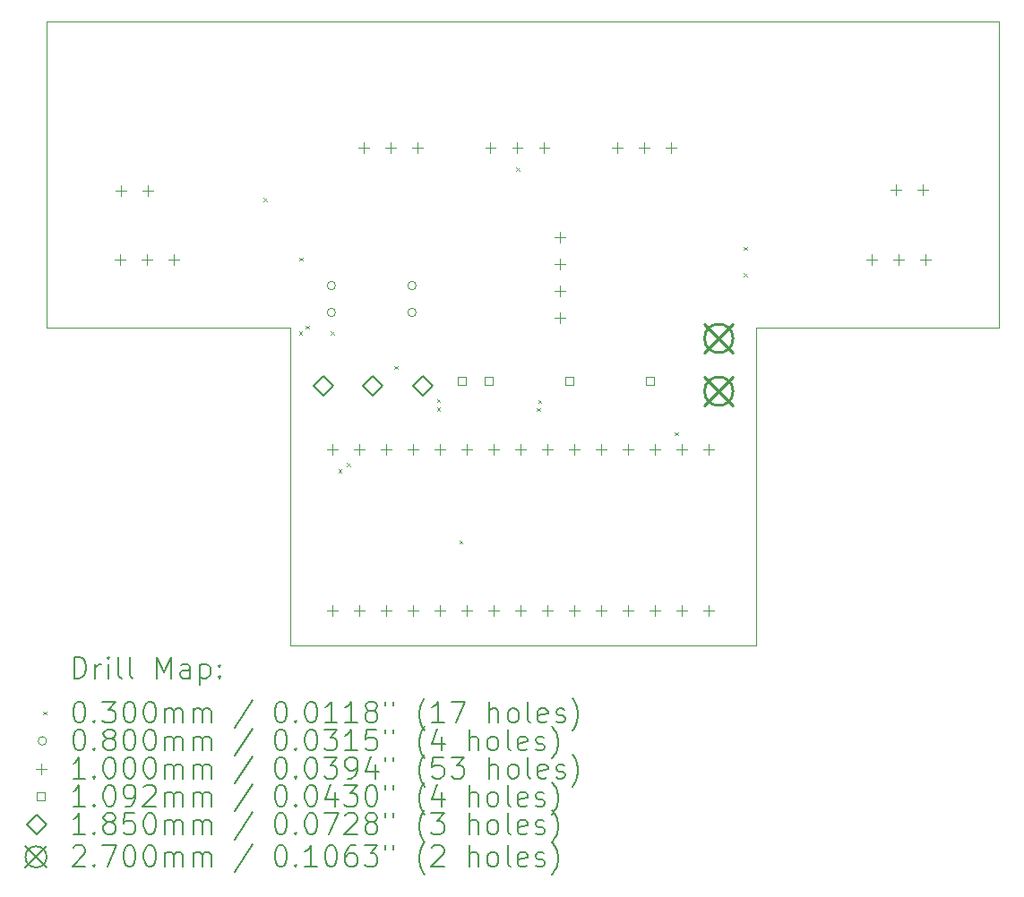
<source format=gbr>
%TF.GenerationSoftware,KiCad,Pcbnew,8.0.4*%
%TF.CreationDate,2025-03-28T18:08:09-04:00*%
%TF.ProjectId,ballsi,62616c6c-7369-42e6-9b69-6361645f7063,rev?*%
%TF.SameCoordinates,Original*%
%TF.FileFunction,Drillmap*%
%TF.FilePolarity,Positive*%
%FSLAX45Y45*%
G04 Gerber Fmt 4.5, Leading zero omitted, Abs format (unit mm)*
G04 Created by KiCad (PCBNEW 8.0.4) date 2025-03-28 18:08:09*
%MOMM*%
%LPD*%
G01*
G04 APERTURE LIST*
%ADD10C,0.050000*%
%ADD11C,0.200000*%
%ADD12C,0.100000*%
%ADD13C,0.109220*%
%ADD14C,0.185000*%
%ADD15C,0.270000*%
G04 APERTURE END LIST*
D10*
X15050000Y-7900000D02*
X15050000Y-5000000D01*
X17350000Y-7900000D02*
X15050000Y-7900000D01*
X17350000Y-10900000D02*
X17350000Y-7900000D01*
X21750000Y-10900000D02*
X17350000Y-10900000D01*
X21750000Y-7900000D02*
X21750000Y-10900000D01*
X24050000Y-7900000D02*
X21750000Y-7900000D01*
X24050000Y-5000000D02*
X24050000Y-7900000D01*
X15050000Y-5000000D02*
X24050000Y-5000000D01*
D11*
D12*
X17096945Y-6673055D02*
X17126945Y-6703055D01*
X17126945Y-6673055D02*
X17096945Y-6703055D01*
X17432500Y-7935000D02*
X17462500Y-7965000D01*
X17462500Y-7935000D02*
X17432500Y-7965000D01*
X17435000Y-7235000D02*
X17465000Y-7265000D01*
X17465000Y-7235000D02*
X17435000Y-7265000D01*
X17495000Y-7879853D02*
X17525000Y-7909853D01*
X17525000Y-7879853D02*
X17495000Y-7909853D01*
X17735000Y-7935000D02*
X17765000Y-7965000D01*
X17765000Y-7935000D02*
X17735000Y-7965000D01*
X17805611Y-9238784D02*
X17835611Y-9268784D01*
X17835611Y-9238784D02*
X17805611Y-9268784D01*
X17885000Y-9178784D02*
X17915000Y-9208784D01*
X17915000Y-9178784D02*
X17885000Y-9208784D01*
X18335000Y-8259990D02*
X18365000Y-8289990D01*
X18365000Y-8259990D02*
X18335000Y-8289990D01*
X18735000Y-8575000D02*
X18765000Y-8605000D01*
X18765000Y-8575000D02*
X18735000Y-8605000D01*
X18735000Y-8655000D02*
X18765000Y-8685000D01*
X18765000Y-8655000D02*
X18735000Y-8685000D01*
X18950000Y-9911147D02*
X18980000Y-9941147D01*
X18980000Y-9911147D02*
X18950000Y-9941147D01*
X19485000Y-6385000D02*
X19515000Y-6415000D01*
X19515000Y-6385000D02*
X19485000Y-6415000D01*
X19681615Y-8660143D02*
X19711615Y-8690143D01*
X19711615Y-8660143D02*
X19681615Y-8690143D01*
X19692289Y-8580858D02*
X19722289Y-8610858D01*
X19722289Y-8580858D02*
X19692289Y-8610858D01*
X20985000Y-8885000D02*
X21015000Y-8915000D01*
X21015000Y-8885000D02*
X20985000Y-8915000D01*
X21635000Y-7135000D02*
X21665000Y-7165000D01*
X21665000Y-7135000D02*
X21635000Y-7165000D01*
X21635000Y-7385000D02*
X21665000Y-7415000D01*
X21665000Y-7385000D02*
X21635000Y-7415000D01*
X17778000Y-7500000D02*
G75*
G02*
X17698000Y-7500000I-40000J0D01*
G01*
X17698000Y-7500000D02*
G75*
G02*
X17778000Y-7500000I40000J0D01*
G01*
X17778000Y-7754000D02*
G75*
G02*
X17698000Y-7754000I-40000J0D01*
G01*
X17698000Y-7754000D02*
G75*
G02*
X17778000Y-7754000I40000J0D01*
G01*
X18540000Y-7500000D02*
G75*
G02*
X18460000Y-7500000I-40000J0D01*
G01*
X18460000Y-7500000D02*
G75*
G02*
X18540000Y-7500000I40000J0D01*
G01*
X18540000Y-7754000D02*
G75*
G02*
X18460000Y-7754000I-40000J0D01*
G01*
X18460000Y-7754000D02*
G75*
G02*
X18540000Y-7754000I40000J0D01*
G01*
X15742000Y-7202500D02*
X15742000Y-7302500D01*
X15692000Y-7252500D02*
X15792000Y-7252500D01*
X15750000Y-6550000D02*
X15750000Y-6650000D01*
X15700000Y-6600000D02*
X15800000Y-6600000D01*
X15996000Y-7202500D02*
X15996000Y-7302500D01*
X15946000Y-7252500D02*
X16046000Y-7252500D01*
X16004000Y-6550000D02*
X16004000Y-6650000D01*
X15954000Y-6600000D02*
X16054000Y-6600000D01*
X16250000Y-7202500D02*
X16250000Y-7302500D01*
X16200000Y-7252500D02*
X16300000Y-7252500D01*
X17750000Y-9000000D02*
X17750000Y-9100000D01*
X17700000Y-9050000D02*
X17800000Y-9050000D01*
X17750000Y-10524000D02*
X17750000Y-10624000D01*
X17700000Y-10574000D02*
X17800000Y-10574000D01*
X18004000Y-9000000D02*
X18004000Y-9100000D01*
X17954000Y-9050000D02*
X18054000Y-9050000D01*
X18004000Y-10524000D02*
X18004000Y-10624000D01*
X17954000Y-10574000D02*
X18054000Y-10574000D01*
X18042000Y-6150000D02*
X18042000Y-6250000D01*
X17992000Y-6200000D02*
X18092000Y-6200000D01*
X18258000Y-9000000D02*
X18258000Y-9100000D01*
X18208000Y-9050000D02*
X18308000Y-9050000D01*
X18258000Y-10524000D02*
X18258000Y-10624000D01*
X18208000Y-10574000D02*
X18308000Y-10574000D01*
X18296000Y-6150000D02*
X18296000Y-6250000D01*
X18246000Y-6200000D02*
X18346000Y-6200000D01*
X18512000Y-9000000D02*
X18512000Y-9100000D01*
X18462000Y-9050000D02*
X18562000Y-9050000D01*
X18512000Y-10524000D02*
X18512000Y-10624000D01*
X18462000Y-10574000D02*
X18562000Y-10574000D01*
X18550000Y-6150000D02*
X18550000Y-6250000D01*
X18500000Y-6200000D02*
X18600000Y-6200000D01*
X18766000Y-9000000D02*
X18766000Y-9100000D01*
X18716000Y-9050000D02*
X18816000Y-9050000D01*
X18766000Y-10524000D02*
X18766000Y-10624000D01*
X18716000Y-10574000D02*
X18816000Y-10574000D01*
X19020000Y-9000000D02*
X19020000Y-9100000D01*
X18970000Y-9050000D02*
X19070000Y-9050000D01*
X19020000Y-10524000D02*
X19020000Y-10624000D01*
X18970000Y-10574000D02*
X19070000Y-10574000D01*
X19242000Y-6150000D02*
X19242000Y-6250000D01*
X19192000Y-6200000D02*
X19292000Y-6200000D01*
X19274000Y-9000000D02*
X19274000Y-9100000D01*
X19224000Y-9050000D02*
X19324000Y-9050000D01*
X19274000Y-10524000D02*
X19274000Y-10624000D01*
X19224000Y-10574000D02*
X19324000Y-10574000D01*
X19496000Y-6150000D02*
X19496000Y-6250000D01*
X19446000Y-6200000D02*
X19546000Y-6200000D01*
X19528000Y-9000000D02*
X19528000Y-9100000D01*
X19478000Y-9050000D02*
X19578000Y-9050000D01*
X19528000Y-10524000D02*
X19528000Y-10624000D01*
X19478000Y-10574000D02*
X19578000Y-10574000D01*
X19750000Y-6150000D02*
X19750000Y-6250000D01*
X19700000Y-6200000D02*
X19800000Y-6200000D01*
X19782000Y-9000000D02*
X19782000Y-9100000D01*
X19732000Y-9050000D02*
X19832000Y-9050000D01*
X19782000Y-10524000D02*
X19782000Y-10624000D01*
X19732000Y-10574000D02*
X19832000Y-10574000D01*
X19900000Y-6992000D02*
X19900000Y-7092000D01*
X19850000Y-7042000D02*
X19950000Y-7042000D01*
X19900000Y-7246000D02*
X19900000Y-7346000D01*
X19850000Y-7296000D02*
X19950000Y-7296000D01*
X19900000Y-7500000D02*
X19900000Y-7600000D01*
X19850000Y-7550000D02*
X19950000Y-7550000D01*
X19900000Y-7754000D02*
X19900000Y-7854000D01*
X19850000Y-7804000D02*
X19950000Y-7804000D01*
X20036000Y-9000000D02*
X20036000Y-9100000D01*
X19986000Y-9050000D02*
X20086000Y-9050000D01*
X20036000Y-10524000D02*
X20036000Y-10624000D01*
X19986000Y-10574000D02*
X20086000Y-10574000D01*
X20290000Y-9000000D02*
X20290000Y-9100000D01*
X20240000Y-9050000D02*
X20340000Y-9050000D01*
X20290000Y-10524000D02*
X20290000Y-10624000D01*
X20240000Y-10574000D02*
X20340000Y-10574000D01*
X20442000Y-6150000D02*
X20442000Y-6250000D01*
X20392000Y-6200000D02*
X20492000Y-6200000D01*
X20544000Y-9000000D02*
X20544000Y-9100000D01*
X20494000Y-9050000D02*
X20594000Y-9050000D01*
X20544000Y-10524000D02*
X20544000Y-10624000D01*
X20494000Y-10574000D02*
X20594000Y-10574000D01*
X20696000Y-6150000D02*
X20696000Y-6250000D01*
X20646000Y-6200000D02*
X20746000Y-6200000D01*
X20798000Y-9000000D02*
X20798000Y-9100000D01*
X20748000Y-9050000D02*
X20848000Y-9050000D01*
X20798000Y-10524000D02*
X20798000Y-10624000D01*
X20748000Y-10574000D02*
X20848000Y-10574000D01*
X20950000Y-6150000D02*
X20950000Y-6250000D01*
X20900000Y-6200000D02*
X21000000Y-6200000D01*
X21052000Y-9000000D02*
X21052000Y-9100000D01*
X21002000Y-9050000D02*
X21102000Y-9050000D01*
X21052000Y-10524000D02*
X21052000Y-10624000D01*
X21002000Y-10574000D02*
X21102000Y-10574000D01*
X21306000Y-9000000D02*
X21306000Y-9100000D01*
X21256000Y-9050000D02*
X21356000Y-9050000D01*
X21306000Y-10524000D02*
X21306000Y-10624000D01*
X21256000Y-10574000D02*
X21356000Y-10574000D01*
X22844500Y-7202500D02*
X22844500Y-7302500D01*
X22794500Y-7252500D02*
X22894500Y-7252500D01*
X23075000Y-6547500D02*
X23075000Y-6647500D01*
X23025000Y-6597500D02*
X23125000Y-6597500D01*
X23098500Y-7202500D02*
X23098500Y-7302500D01*
X23048500Y-7252500D02*
X23148500Y-7252500D01*
X23329000Y-6547500D02*
X23329000Y-6647500D01*
X23279000Y-6597500D02*
X23379000Y-6597500D01*
X23352500Y-7202500D02*
X23352500Y-7302500D01*
X23302500Y-7252500D02*
X23402500Y-7252500D01*
D13*
X19010616Y-8438616D02*
X19010616Y-8361384D01*
X18933385Y-8361384D01*
X18933385Y-8438616D01*
X19010616Y-8438616D01*
X19264616Y-8438616D02*
X19264616Y-8361384D01*
X19187385Y-8361384D01*
X19187385Y-8438616D01*
X19264616Y-8438616D01*
X20026616Y-8438616D02*
X20026616Y-8361384D01*
X19949385Y-8361384D01*
X19949385Y-8438616D01*
X20026616Y-8438616D01*
X20788616Y-8438616D02*
X20788616Y-8361384D01*
X20711385Y-8361384D01*
X20711385Y-8438616D01*
X20788616Y-8438616D01*
D14*
X17660000Y-8542500D02*
X17752500Y-8450000D01*
X17660000Y-8357500D01*
X17567500Y-8450000D01*
X17660000Y-8542500D01*
X18130000Y-8542500D02*
X18222500Y-8450000D01*
X18130000Y-8357500D01*
X18037500Y-8450000D01*
X18130000Y-8542500D01*
X18600000Y-8542500D02*
X18692500Y-8450000D01*
X18600000Y-8357500D01*
X18507500Y-8450000D01*
X18600000Y-8542500D01*
D15*
X21265000Y-7865000D02*
X21535000Y-8135000D01*
X21535000Y-7865000D02*
X21265000Y-8135000D01*
X21535000Y-8000000D02*
G75*
G02*
X21265000Y-8000000I-135000J0D01*
G01*
X21265000Y-8000000D02*
G75*
G02*
X21535000Y-8000000I135000J0D01*
G01*
X21265000Y-8365000D02*
X21535000Y-8635000D01*
X21535000Y-8365000D02*
X21265000Y-8635000D01*
X21535000Y-8500000D02*
G75*
G02*
X21265000Y-8500000I-135000J0D01*
G01*
X21265000Y-8500000D02*
G75*
G02*
X21535000Y-8500000I135000J0D01*
G01*
D11*
X15308277Y-11213984D02*
X15308277Y-11013984D01*
X15308277Y-11013984D02*
X15355896Y-11013984D01*
X15355896Y-11013984D02*
X15384467Y-11023508D01*
X15384467Y-11023508D02*
X15403515Y-11042555D01*
X15403515Y-11042555D02*
X15413039Y-11061603D01*
X15413039Y-11061603D02*
X15422562Y-11099698D01*
X15422562Y-11099698D02*
X15422562Y-11128270D01*
X15422562Y-11128270D02*
X15413039Y-11166365D01*
X15413039Y-11166365D02*
X15403515Y-11185412D01*
X15403515Y-11185412D02*
X15384467Y-11204460D01*
X15384467Y-11204460D02*
X15355896Y-11213984D01*
X15355896Y-11213984D02*
X15308277Y-11213984D01*
X15508277Y-11213984D02*
X15508277Y-11080650D01*
X15508277Y-11118746D02*
X15517801Y-11099698D01*
X15517801Y-11099698D02*
X15527324Y-11090174D01*
X15527324Y-11090174D02*
X15546372Y-11080650D01*
X15546372Y-11080650D02*
X15565420Y-11080650D01*
X15632086Y-11213984D02*
X15632086Y-11080650D01*
X15632086Y-11013984D02*
X15622562Y-11023508D01*
X15622562Y-11023508D02*
X15632086Y-11033031D01*
X15632086Y-11033031D02*
X15641610Y-11023508D01*
X15641610Y-11023508D02*
X15632086Y-11013984D01*
X15632086Y-11013984D02*
X15632086Y-11033031D01*
X15755896Y-11213984D02*
X15736848Y-11204460D01*
X15736848Y-11204460D02*
X15727324Y-11185412D01*
X15727324Y-11185412D02*
X15727324Y-11013984D01*
X15860658Y-11213984D02*
X15841610Y-11204460D01*
X15841610Y-11204460D02*
X15832086Y-11185412D01*
X15832086Y-11185412D02*
X15832086Y-11013984D01*
X16089229Y-11213984D02*
X16089229Y-11013984D01*
X16089229Y-11013984D02*
X16155896Y-11156841D01*
X16155896Y-11156841D02*
X16222562Y-11013984D01*
X16222562Y-11013984D02*
X16222562Y-11213984D01*
X16403515Y-11213984D02*
X16403515Y-11109222D01*
X16403515Y-11109222D02*
X16393991Y-11090174D01*
X16393991Y-11090174D02*
X16374943Y-11080650D01*
X16374943Y-11080650D02*
X16336848Y-11080650D01*
X16336848Y-11080650D02*
X16317801Y-11090174D01*
X16403515Y-11204460D02*
X16384467Y-11213984D01*
X16384467Y-11213984D02*
X16336848Y-11213984D01*
X16336848Y-11213984D02*
X16317801Y-11204460D01*
X16317801Y-11204460D02*
X16308277Y-11185412D01*
X16308277Y-11185412D02*
X16308277Y-11166365D01*
X16308277Y-11166365D02*
X16317801Y-11147317D01*
X16317801Y-11147317D02*
X16336848Y-11137793D01*
X16336848Y-11137793D02*
X16384467Y-11137793D01*
X16384467Y-11137793D02*
X16403515Y-11128270D01*
X16498753Y-11080650D02*
X16498753Y-11280650D01*
X16498753Y-11090174D02*
X16517801Y-11080650D01*
X16517801Y-11080650D02*
X16555896Y-11080650D01*
X16555896Y-11080650D02*
X16574943Y-11090174D01*
X16574943Y-11090174D02*
X16584467Y-11099698D01*
X16584467Y-11099698D02*
X16593991Y-11118746D01*
X16593991Y-11118746D02*
X16593991Y-11175889D01*
X16593991Y-11175889D02*
X16584467Y-11194936D01*
X16584467Y-11194936D02*
X16574943Y-11204460D01*
X16574943Y-11204460D02*
X16555896Y-11213984D01*
X16555896Y-11213984D02*
X16517801Y-11213984D01*
X16517801Y-11213984D02*
X16498753Y-11204460D01*
X16679705Y-11194936D02*
X16689229Y-11204460D01*
X16689229Y-11204460D02*
X16679705Y-11213984D01*
X16679705Y-11213984D02*
X16670182Y-11204460D01*
X16670182Y-11204460D02*
X16679705Y-11194936D01*
X16679705Y-11194936D02*
X16679705Y-11213984D01*
X16679705Y-11090174D02*
X16689229Y-11099698D01*
X16689229Y-11099698D02*
X16679705Y-11109222D01*
X16679705Y-11109222D02*
X16670182Y-11099698D01*
X16670182Y-11099698D02*
X16679705Y-11090174D01*
X16679705Y-11090174D02*
X16679705Y-11109222D01*
D12*
X15017500Y-11527500D02*
X15047500Y-11557500D01*
X15047500Y-11527500D02*
X15017500Y-11557500D01*
D11*
X15346372Y-11433984D02*
X15365420Y-11433984D01*
X15365420Y-11433984D02*
X15384467Y-11443508D01*
X15384467Y-11443508D02*
X15393991Y-11453031D01*
X15393991Y-11453031D02*
X15403515Y-11472079D01*
X15403515Y-11472079D02*
X15413039Y-11510174D01*
X15413039Y-11510174D02*
X15413039Y-11557793D01*
X15413039Y-11557793D02*
X15403515Y-11595888D01*
X15403515Y-11595888D02*
X15393991Y-11614936D01*
X15393991Y-11614936D02*
X15384467Y-11624460D01*
X15384467Y-11624460D02*
X15365420Y-11633984D01*
X15365420Y-11633984D02*
X15346372Y-11633984D01*
X15346372Y-11633984D02*
X15327324Y-11624460D01*
X15327324Y-11624460D02*
X15317801Y-11614936D01*
X15317801Y-11614936D02*
X15308277Y-11595888D01*
X15308277Y-11595888D02*
X15298753Y-11557793D01*
X15298753Y-11557793D02*
X15298753Y-11510174D01*
X15298753Y-11510174D02*
X15308277Y-11472079D01*
X15308277Y-11472079D02*
X15317801Y-11453031D01*
X15317801Y-11453031D02*
X15327324Y-11443508D01*
X15327324Y-11443508D02*
X15346372Y-11433984D01*
X15498753Y-11614936D02*
X15508277Y-11624460D01*
X15508277Y-11624460D02*
X15498753Y-11633984D01*
X15498753Y-11633984D02*
X15489229Y-11624460D01*
X15489229Y-11624460D02*
X15498753Y-11614936D01*
X15498753Y-11614936D02*
X15498753Y-11633984D01*
X15574943Y-11433984D02*
X15698753Y-11433984D01*
X15698753Y-11433984D02*
X15632086Y-11510174D01*
X15632086Y-11510174D02*
X15660658Y-11510174D01*
X15660658Y-11510174D02*
X15679705Y-11519698D01*
X15679705Y-11519698D02*
X15689229Y-11529222D01*
X15689229Y-11529222D02*
X15698753Y-11548269D01*
X15698753Y-11548269D02*
X15698753Y-11595888D01*
X15698753Y-11595888D02*
X15689229Y-11614936D01*
X15689229Y-11614936D02*
X15679705Y-11624460D01*
X15679705Y-11624460D02*
X15660658Y-11633984D01*
X15660658Y-11633984D02*
X15603515Y-11633984D01*
X15603515Y-11633984D02*
X15584467Y-11624460D01*
X15584467Y-11624460D02*
X15574943Y-11614936D01*
X15822562Y-11433984D02*
X15841610Y-11433984D01*
X15841610Y-11433984D02*
X15860658Y-11443508D01*
X15860658Y-11443508D02*
X15870182Y-11453031D01*
X15870182Y-11453031D02*
X15879705Y-11472079D01*
X15879705Y-11472079D02*
X15889229Y-11510174D01*
X15889229Y-11510174D02*
X15889229Y-11557793D01*
X15889229Y-11557793D02*
X15879705Y-11595888D01*
X15879705Y-11595888D02*
X15870182Y-11614936D01*
X15870182Y-11614936D02*
X15860658Y-11624460D01*
X15860658Y-11624460D02*
X15841610Y-11633984D01*
X15841610Y-11633984D02*
X15822562Y-11633984D01*
X15822562Y-11633984D02*
X15803515Y-11624460D01*
X15803515Y-11624460D02*
X15793991Y-11614936D01*
X15793991Y-11614936D02*
X15784467Y-11595888D01*
X15784467Y-11595888D02*
X15774943Y-11557793D01*
X15774943Y-11557793D02*
X15774943Y-11510174D01*
X15774943Y-11510174D02*
X15784467Y-11472079D01*
X15784467Y-11472079D02*
X15793991Y-11453031D01*
X15793991Y-11453031D02*
X15803515Y-11443508D01*
X15803515Y-11443508D02*
X15822562Y-11433984D01*
X16013039Y-11433984D02*
X16032086Y-11433984D01*
X16032086Y-11433984D02*
X16051134Y-11443508D01*
X16051134Y-11443508D02*
X16060658Y-11453031D01*
X16060658Y-11453031D02*
X16070182Y-11472079D01*
X16070182Y-11472079D02*
X16079705Y-11510174D01*
X16079705Y-11510174D02*
X16079705Y-11557793D01*
X16079705Y-11557793D02*
X16070182Y-11595888D01*
X16070182Y-11595888D02*
X16060658Y-11614936D01*
X16060658Y-11614936D02*
X16051134Y-11624460D01*
X16051134Y-11624460D02*
X16032086Y-11633984D01*
X16032086Y-11633984D02*
X16013039Y-11633984D01*
X16013039Y-11633984D02*
X15993991Y-11624460D01*
X15993991Y-11624460D02*
X15984467Y-11614936D01*
X15984467Y-11614936D02*
X15974943Y-11595888D01*
X15974943Y-11595888D02*
X15965420Y-11557793D01*
X15965420Y-11557793D02*
X15965420Y-11510174D01*
X15965420Y-11510174D02*
X15974943Y-11472079D01*
X15974943Y-11472079D02*
X15984467Y-11453031D01*
X15984467Y-11453031D02*
X15993991Y-11443508D01*
X15993991Y-11443508D02*
X16013039Y-11433984D01*
X16165420Y-11633984D02*
X16165420Y-11500650D01*
X16165420Y-11519698D02*
X16174943Y-11510174D01*
X16174943Y-11510174D02*
X16193991Y-11500650D01*
X16193991Y-11500650D02*
X16222563Y-11500650D01*
X16222563Y-11500650D02*
X16241610Y-11510174D01*
X16241610Y-11510174D02*
X16251134Y-11529222D01*
X16251134Y-11529222D02*
X16251134Y-11633984D01*
X16251134Y-11529222D02*
X16260658Y-11510174D01*
X16260658Y-11510174D02*
X16279705Y-11500650D01*
X16279705Y-11500650D02*
X16308277Y-11500650D01*
X16308277Y-11500650D02*
X16327324Y-11510174D01*
X16327324Y-11510174D02*
X16336848Y-11529222D01*
X16336848Y-11529222D02*
X16336848Y-11633984D01*
X16432086Y-11633984D02*
X16432086Y-11500650D01*
X16432086Y-11519698D02*
X16441610Y-11510174D01*
X16441610Y-11510174D02*
X16460658Y-11500650D01*
X16460658Y-11500650D02*
X16489229Y-11500650D01*
X16489229Y-11500650D02*
X16508277Y-11510174D01*
X16508277Y-11510174D02*
X16517801Y-11529222D01*
X16517801Y-11529222D02*
X16517801Y-11633984D01*
X16517801Y-11529222D02*
X16527324Y-11510174D01*
X16527324Y-11510174D02*
X16546372Y-11500650D01*
X16546372Y-11500650D02*
X16574943Y-11500650D01*
X16574943Y-11500650D02*
X16593991Y-11510174D01*
X16593991Y-11510174D02*
X16603515Y-11529222D01*
X16603515Y-11529222D02*
X16603515Y-11633984D01*
X16993991Y-11424460D02*
X16822563Y-11681603D01*
X17251134Y-11433984D02*
X17270182Y-11433984D01*
X17270182Y-11433984D02*
X17289229Y-11443508D01*
X17289229Y-11443508D02*
X17298753Y-11453031D01*
X17298753Y-11453031D02*
X17308277Y-11472079D01*
X17308277Y-11472079D02*
X17317801Y-11510174D01*
X17317801Y-11510174D02*
X17317801Y-11557793D01*
X17317801Y-11557793D02*
X17308277Y-11595888D01*
X17308277Y-11595888D02*
X17298753Y-11614936D01*
X17298753Y-11614936D02*
X17289229Y-11624460D01*
X17289229Y-11624460D02*
X17270182Y-11633984D01*
X17270182Y-11633984D02*
X17251134Y-11633984D01*
X17251134Y-11633984D02*
X17232087Y-11624460D01*
X17232087Y-11624460D02*
X17222563Y-11614936D01*
X17222563Y-11614936D02*
X17213039Y-11595888D01*
X17213039Y-11595888D02*
X17203515Y-11557793D01*
X17203515Y-11557793D02*
X17203515Y-11510174D01*
X17203515Y-11510174D02*
X17213039Y-11472079D01*
X17213039Y-11472079D02*
X17222563Y-11453031D01*
X17222563Y-11453031D02*
X17232087Y-11443508D01*
X17232087Y-11443508D02*
X17251134Y-11433984D01*
X17403515Y-11614936D02*
X17413039Y-11624460D01*
X17413039Y-11624460D02*
X17403515Y-11633984D01*
X17403515Y-11633984D02*
X17393991Y-11624460D01*
X17393991Y-11624460D02*
X17403515Y-11614936D01*
X17403515Y-11614936D02*
X17403515Y-11633984D01*
X17536848Y-11433984D02*
X17555896Y-11433984D01*
X17555896Y-11433984D02*
X17574944Y-11443508D01*
X17574944Y-11443508D02*
X17584468Y-11453031D01*
X17584468Y-11453031D02*
X17593991Y-11472079D01*
X17593991Y-11472079D02*
X17603515Y-11510174D01*
X17603515Y-11510174D02*
X17603515Y-11557793D01*
X17603515Y-11557793D02*
X17593991Y-11595888D01*
X17593991Y-11595888D02*
X17584468Y-11614936D01*
X17584468Y-11614936D02*
X17574944Y-11624460D01*
X17574944Y-11624460D02*
X17555896Y-11633984D01*
X17555896Y-11633984D02*
X17536848Y-11633984D01*
X17536848Y-11633984D02*
X17517801Y-11624460D01*
X17517801Y-11624460D02*
X17508277Y-11614936D01*
X17508277Y-11614936D02*
X17498753Y-11595888D01*
X17498753Y-11595888D02*
X17489229Y-11557793D01*
X17489229Y-11557793D02*
X17489229Y-11510174D01*
X17489229Y-11510174D02*
X17498753Y-11472079D01*
X17498753Y-11472079D02*
X17508277Y-11453031D01*
X17508277Y-11453031D02*
X17517801Y-11443508D01*
X17517801Y-11443508D02*
X17536848Y-11433984D01*
X17793991Y-11633984D02*
X17679706Y-11633984D01*
X17736848Y-11633984D02*
X17736848Y-11433984D01*
X17736848Y-11433984D02*
X17717801Y-11462555D01*
X17717801Y-11462555D02*
X17698753Y-11481603D01*
X17698753Y-11481603D02*
X17679706Y-11491127D01*
X17984468Y-11633984D02*
X17870182Y-11633984D01*
X17927325Y-11633984D02*
X17927325Y-11433984D01*
X17927325Y-11433984D02*
X17908277Y-11462555D01*
X17908277Y-11462555D02*
X17889229Y-11481603D01*
X17889229Y-11481603D02*
X17870182Y-11491127D01*
X18098753Y-11519698D02*
X18079706Y-11510174D01*
X18079706Y-11510174D02*
X18070182Y-11500650D01*
X18070182Y-11500650D02*
X18060658Y-11481603D01*
X18060658Y-11481603D02*
X18060658Y-11472079D01*
X18060658Y-11472079D02*
X18070182Y-11453031D01*
X18070182Y-11453031D02*
X18079706Y-11443508D01*
X18079706Y-11443508D02*
X18098753Y-11433984D01*
X18098753Y-11433984D02*
X18136849Y-11433984D01*
X18136849Y-11433984D02*
X18155896Y-11443508D01*
X18155896Y-11443508D02*
X18165420Y-11453031D01*
X18165420Y-11453031D02*
X18174944Y-11472079D01*
X18174944Y-11472079D02*
X18174944Y-11481603D01*
X18174944Y-11481603D02*
X18165420Y-11500650D01*
X18165420Y-11500650D02*
X18155896Y-11510174D01*
X18155896Y-11510174D02*
X18136849Y-11519698D01*
X18136849Y-11519698D02*
X18098753Y-11519698D01*
X18098753Y-11519698D02*
X18079706Y-11529222D01*
X18079706Y-11529222D02*
X18070182Y-11538746D01*
X18070182Y-11538746D02*
X18060658Y-11557793D01*
X18060658Y-11557793D02*
X18060658Y-11595888D01*
X18060658Y-11595888D02*
X18070182Y-11614936D01*
X18070182Y-11614936D02*
X18079706Y-11624460D01*
X18079706Y-11624460D02*
X18098753Y-11633984D01*
X18098753Y-11633984D02*
X18136849Y-11633984D01*
X18136849Y-11633984D02*
X18155896Y-11624460D01*
X18155896Y-11624460D02*
X18165420Y-11614936D01*
X18165420Y-11614936D02*
X18174944Y-11595888D01*
X18174944Y-11595888D02*
X18174944Y-11557793D01*
X18174944Y-11557793D02*
X18165420Y-11538746D01*
X18165420Y-11538746D02*
X18155896Y-11529222D01*
X18155896Y-11529222D02*
X18136849Y-11519698D01*
X18251134Y-11433984D02*
X18251134Y-11472079D01*
X18327325Y-11433984D02*
X18327325Y-11472079D01*
X18622563Y-11710174D02*
X18613039Y-11700650D01*
X18613039Y-11700650D02*
X18593991Y-11672079D01*
X18593991Y-11672079D02*
X18584468Y-11653031D01*
X18584468Y-11653031D02*
X18574944Y-11624460D01*
X18574944Y-11624460D02*
X18565420Y-11576841D01*
X18565420Y-11576841D02*
X18565420Y-11538746D01*
X18565420Y-11538746D02*
X18574944Y-11491127D01*
X18574944Y-11491127D02*
X18584468Y-11462555D01*
X18584468Y-11462555D02*
X18593991Y-11443508D01*
X18593991Y-11443508D02*
X18613039Y-11414936D01*
X18613039Y-11414936D02*
X18622563Y-11405412D01*
X18803515Y-11633984D02*
X18689230Y-11633984D01*
X18746372Y-11633984D02*
X18746372Y-11433984D01*
X18746372Y-11433984D02*
X18727325Y-11462555D01*
X18727325Y-11462555D02*
X18708277Y-11481603D01*
X18708277Y-11481603D02*
X18689230Y-11491127D01*
X18870182Y-11433984D02*
X19003515Y-11433984D01*
X19003515Y-11433984D02*
X18917801Y-11633984D01*
X19232087Y-11633984D02*
X19232087Y-11433984D01*
X19317801Y-11633984D02*
X19317801Y-11529222D01*
X19317801Y-11529222D02*
X19308277Y-11510174D01*
X19308277Y-11510174D02*
X19289230Y-11500650D01*
X19289230Y-11500650D02*
X19260658Y-11500650D01*
X19260658Y-11500650D02*
X19241611Y-11510174D01*
X19241611Y-11510174D02*
X19232087Y-11519698D01*
X19441611Y-11633984D02*
X19422563Y-11624460D01*
X19422563Y-11624460D02*
X19413039Y-11614936D01*
X19413039Y-11614936D02*
X19403515Y-11595888D01*
X19403515Y-11595888D02*
X19403515Y-11538746D01*
X19403515Y-11538746D02*
X19413039Y-11519698D01*
X19413039Y-11519698D02*
X19422563Y-11510174D01*
X19422563Y-11510174D02*
X19441611Y-11500650D01*
X19441611Y-11500650D02*
X19470182Y-11500650D01*
X19470182Y-11500650D02*
X19489230Y-11510174D01*
X19489230Y-11510174D02*
X19498753Y-11519698D01*
X19498753Y-11519698D02*
X19508277Y-11538746D01*
X19508277Y-11538746D02*
X19508277Y-11595888D01*
X19508277Y-11595888D02*
X19498753Y-11614936D01*
X19498753Y-11614936D02*
X19489230Y-11624460D01*
X19489230Y-11624460D02*
X19470182Y-11633984D01*
X19470182Y-11633984D02*
X19441611Y-11633984D01*
X19622563Y-11633984D02*
X19603515Y-11624460D01*
X19603515Y-11624460D02*
X19593992Y-11605412D01*
X19593992Y-11605412D02*
X19593992Y-11433984D01*
X19774944Y-11624460D02*
X19755896Y-11633984D01*
X19755896Y-11633984D02*
X19717801Y-11633984D01*
X19717801Y-11633984D02*
X19698753Y-11624460D01*
X19698753Y-11624460D02*
X19689230Y-11605412D01*
X19689230Y-11605412D02*
X19689230Y-11529222D01*
X19689230Y-11529222D02*
X19698753Y-11510174D01*
X19698753Y-11510174D02*
X19717801Y-11500650D01*
X19717801Y-11500650D02*
X19755896Y-11500650D01*
X19755896Y-11500650D02*
X19774944Y-11510174D01*
X19774944Y-11510174D02*
X19784468Y-11529222D01*
X19784468Y-11529222D02*
X19784468Y-11548269D01*
X19784468Y-11548269D02*
X19689230Y-11567317D01*
X19860658Y-11624460D02*
X19879706Y-11633984D01*
X19879706Y-11633984D02*
X19917801Y-11633984D01*
X19917801Y-11633984D02*
X19936849Y-11624460D01*
X19936849Y-11624460D02*
X19946373Y-11605412D01*
X19946373Y-11605412D02*
X19946373Y-11595888D01*
X19946373Y-11595888D02*
X19936849Y-11576841D01*
X19936849Y-11576841D02*
X19917801Y-11567317D01*
X19917801Y-11567317D02*
X19889230Y-11567317D01*
X19889230Y-11567317D02*
X19870182Y-11557793D01*
X19870182Y-11557793D02*
X19860658Y-11538746D01*
X19860658Y-11538746D02*
X19860658Y-11529222D01*
X19860658Y-11529222D02*
X19870182Y-11510174D01*
X19870182Y-11510174D02*
X19889230Y-11500650D01*
X19889230Y-11500650D02*
X19917801Y-11500650D01*
X19917801Y-11500650D02*
X19936849Y-11510174D01*
X20013039Y-11710174D02*
X20022563Y-11700650D01*
X20022563Y-11700650D02*
X20041611Y-11672079D01*
X20041611Y-11672079D02*
X20051134Y-11653031D01*
X20051134Y-11653031D02*
X20060658Y-11624460D01*
X20060658Y-11624460D02*
X20070182Y-11576841D01*
X20070182Y-11576841D02*
X20070182Y-11538746D01*
X20070182Y-11538746D02*
X20060658Y-11491127D01*
X20060658Y-11491127D02*
X20051134Y-11462555D01*
X20051134Y-11462555D02*
X20041611Y-11443508D01*
X20041611Y-11443508D02*
X20022563Y-11414936D01*
X20022563Y-11414936D02*
X20013039Y-11405412D01*
D12*
X15047500Y-11806500D02*
G75*
G02*
X14967500Y-11806500I-40000J0D01*
G01*
X14967500Y-11806500D02*
G75*
G02*
X15047500Y-11806500I40000J0D01*
G01*
D11*
X15346372Y-11697984D02*
X15365420Y-11697984D01*
X15365420Y-11697984D02*
X15384467Y-11707508D01*
X15384467Y-11707508D02*
X15393991Y-11717031D01*
X15393991Y-11717031D02*
X15403515Y-11736079D01*
X15403515Y-11736079D02*
X15413039Y-11774174D01*
X15413039Y-11774174D02*
X15413039Y-11821793D01*
X15413039Y-11821793D02*
X15403515Y-11859888D01*
X15403515Y-11859888D02*
X15393991Y-11878936D01*
X15393991Y-11878936D02*
X15384467Y-11888460D01*
X15384467Y-11888460D02*
X15365420Y-11897984D01*
X15365420Y-11897984D02*
X15346372Y-11897984D01*
X15346372Y-11897984D02*
X15327324Y-11888460D01*
X15327324Y-11888460D02*
X15317801Y-11878936D01*
X15317801Y-11878936D02*
X15308277Y-11859888D01*
X15308277Y-11859888D02*
X15298753Y-11821793D01*
X15298753Y-11821793D02*
X15298753Y-11774174D01*
X15298753Y-11774174D02*
X15308277Y-11736079D01*
X15308277Y-11736079D02*
X15317801Y-11717031D01*
X15317801Y-11717031D02*
X15327324Y-11707508D01*
X15327324Y-11707508D02*
X15346372Y-11697984D01*
X15498753Y-11878936D02*
X15508277Y-11888460D01*
X15508277Y-11888460D02*
X15498753Y-11897984D01*
X15498753Y-11897984D02*
X15489229Y-11888460D01*
X15489229Y-11888460D02*
X15498753Y-11878936D01*
X15498753Y-11878936D02*
X15498753Y-11897984D01*
X15622562Y-11783698D02*
X15603515Y-11774174D01*
X15603515Y-11774174D02*
X15593991Y-11764650D01*
X15593991Y-11764650D02*
X15584467Y-11745603D01*
X15584467Y-11745603D02*
X15584467Y-11736079D01*
X15584467Y-11736079D02*
X15593991Y-11717031D01*
X15593991Y-11717031D02*
X15603515Y-11707508D01*
X15603515Y-11707508D02*
X15622562Y-11697984D01*
X15622562Y-11697984D02*
X15660658Y-11697984D01*
X15660658Y-11697984D02*
X15679705Y-11707508D01*
X15679705Y-11707508D02*
X15689229Y-11717031D01*
X15689229Y-11717031D02*
X15698753Y-11736079D01*
X15698753Y-11736079D02*
X15698753Y-11745603D01*
X15698753Y-11745603D02*
X15689229Y-11764650D01*
X15689229Y-11764650D02*
X15679705Y-11774174D01*
X15679705Y-11774174D02*
X15660658Y-11783698D01*
X15660658Y-11783698D02*
X15622562Y-11783698D01*
X15622562Y-11783698D02*
X15603515Y-11793222D01*
X15603515Y-11793222D02*
X15593991Y-11802746D01*
X15593991Y-11802746D02*
X15584467Y-11821793D01*
X15584467Y-11821793D02*
X15584467Y-11859888D01*
X15584467Y-11859888D02*
X15593991Y-11878936D01*
X15593991Y-11878936D02*
X15603515Y-11888460D01*
X15603515Y-11888460D02*
X15622562Y-11897984D01*
X15622562Y-11897984D02*
X15660658Y-11897984D01*
X15660658Y-11897984D02*
X15679705Y-11888460D01*
X15679705Y-11888460D02*
X15689229Y-11878936D01*
X15689229Y-11878936D02*
X15698753Y-11859888D01*
X15698753Y-11859888D02*
X15698753Y-11821793D01*
X15698753Y-11821793D02*
X15689229Y-11802746D01*
X15689229Y-11802746D02*
X15679705Y-11793222D01*
X15679705Y-11793222D02*
X15660658Y-11783698D01*
X15822562Y-11697984D02*
X15841610Y-11697984D01*
X15841610Y-11697984D02*
X15860658Y-11707508D01*
X15860658Y-11707508D02*
X15870182Y-11717031D01*
X15870182Y-11717031D02*
X15879705Y-11736079D01*
X15879705Y-11736079D02*
X15889229Y-11774174D01*
X15889229Y-11774174D02*
X15889229Y-11821793D01*
X15889229Y-11821793D02*
X15879705Y-11859888D01*
X15879705Y-11859888D02*
X15870182Y-11878936D01*
X15870182Y-11878936D02*
X15860658Y-11888460D01*
X15860658Y-11888460D02*
X15841610Y-11897984D01*
X15841610Y-11897984D02*
X15822562Y-11897984D01*
X15822562Y-11897984D02*
X15803515Y-11888460D01*
X15803515Y-11888460D02*
X15793991Y-11878936D01*
X15793991Y-11878936D02*
X15784467Y-11859888D01*
X15784467Y-11859888D02*
X15774943Y-11821793D01*
X15774943Y-11821793D02*
X15774943Y-11774174D01*
X15774943Y-11774174D02*
X15784467Y-11736079D01*
X15784467Y-11736079D02*
X15793991Y-11717031D01*
X15793991Y-11717031D02*
X15803515Y-11707508D01*
X15803515Y-11707508D02*
X15822562Y-11697984D01*
X16013039Y-11697984D02*
X16032086Y-11697984D01*
X16032086Y-11697984D02*
X16051134Y-11707508D01*
X16051134Y-11707508D02*
X16060658Y-11717031D01*
X16060658Y-11717031D02*
X16070182Y-11736079D01*
X16070182Y-11736079D02*
X16079705Y-11774174D01*
X16079705Y-11774174D02*
X16079705Y-11821793D01*
X16079705Y-11821793D02*
X16070182Y-11859888D01*
X16070182Y-11859888D02*
X16060658Y-11878936D01*
X16060658Y-11878936D02*
X16051134Y-11888460D01*
X16051134Y-11888460D02*
X16032086Y-11897984D01*
X16032086Y-11897984D02*
X16013039Y-11897984D01*
X16013039Y-11897984D02*
X15993991Y-11888460D01*
X15993991Y-11888460D02*
X15984467Y-11878936D01*
X15984467Y-11878936D02*
X15974943Y-11859888D01*
X15974943Y-11859888D02*
X15965420Y-11821793D01*
X15965420Y-11821793D02*
X15965420Y-11774174D01*
X15965420Y-11774174D02*
X15974943Y-11736079D01*
X15974943Y-11736079D02*
X15984467Y-11717031D01*
X15984467Y-11717031D02*
X15993991Y-11707508D01*
X15993991Y-11707508D02*
X16013039Y-11697984D01*
X16165420Y-11897984D02*
X16165420Y-11764650D01*
X16165420Y-11783698D02*
X16174943Y-11774174D01*
X16174943Y-11774174D02*
X16193991Y-11764650D01*
X16193991Y-11764650D02*
X16222563Y-11764650D01*
X16222563Y-11764650D02*
X16241610Y-11774174D01*
X16241610Y-11774174D02*
X16251134Y-11793222D01*
X16251134Y-11793222D02*
X16251134Y-11897984D01*
X16251134Y-11793222D02*
X16260658Y-11774174D01*
X16260658Y-11774174D02*
X16279705Y-11764650D01*
X16279705Y-11764650D02*
X16308277Y-11764650D01*
X16308277Y-11764650D02*
X16327324Y-11774174D01*
X16327324Y-11774174D02*
X16336848Y-11793222D01*
X16336848Y-11793222D02*
X16336848Y-11897984D01*
X16432086Y-11897984D02*
X16432086Y-11764650D01*
X16432086Y-11783698D02*
X16441610Y-11774174D01*
X16441610Y-11774174D02*
X16460658Y-11764650D01*
X16460658Y-11764650D02*
X16489229Y-11764650D01*
X16489229Y-11764650D02*
X16508277Y-11774174D01*
X16508277Y-11774174D02*
X16517801Y-11793222D01*
X16517801Y-11793222D02*
X16517801Y-11897984D01*
X16517801Y-11793222D02*
X16527324Y-11774174D01*
X16527324Y-11774174D02*
X16546372Y-11764650D01*
X16546372Y-11764650D02*
X16574943Y-11764650D01*
X16574943Y-11764650D02*
X16593991Y-11774174D01*
X16593991Y-11774174D02*
X16603515Y-11793222D01*
X16603515Y-11793222D02*
X16603515Y-11897984D01*
X16993991Y-11688460D02*
X16822563Y-11945603D01*
X17251134Y-11697984D02*
X17270182Y-11697984D01*
X17270182Y-11697984D02*
X17289229Y-11707508D01*
X17289229Y-11707508D02*
X17298753Y-11717031D01*
X17298753Y-11717031D02*
X17308277Y-11736079D01*
X17308277Y-11736079D02*
X17317801Y-11774174D01*
X17317801Y-11774174D02*
X17317801Y-11821793D01*
X17317801Y-11821793D02*
X17308277Y-11859888D01*
X17308277Y-11859888D02*
X17298753Y-11878936D01*
X17298753Y-11878936D02*
X17289229Y-11888460D01*
X17289229Y-11888460D02*
X17270182Y-11897984D01*
X17270182Y-11897984D02*
X17251134Y-11897984D01*
X17251134Y-11897984D02*
X17232087Y-11888460D01*
X17232087Y-11888460D02*
X17222563Y-11878936D01*
X17222563Y-11878936D02*
X17213039Y-11859888D01*
X17213039Y-11859888D02*
X17203515Y-11821793D01*
X17203515Y-11821793D02*
X17203515Y-11774174D01*
X17203515Y-11774174D02*
X17213039Y-11736079D01*
X17213039Y-11736079D02*
X17222563Y-11717031D01*
X17222563Y-11717031D02*
X17232087Y-11707508D01*
X17232087Y-11707508D02*
X17251134Y-11697984D01*
X17403515Y-11878936D02*
X17413039Y-11888460D01*
X17413039Y-11888460D02*
X17403515Y-11897984D01*
X17403515Y-11897984D02*
X17393991Y-11888460D01*
X17393991Y-11888460D02*
X17403515Y-11878936D01*
X17403515Y-11878936D02*
X17403515Y-11897984D01*
X17536848Y-11697984D02*
X17555896Y-11697984D01*
X17555896Y-11697984D02*
X17574944Y-11707508D01*
X17574944Y-11707508D02*
X17584468Y-11717031D01*
X17584468Y-11717031D02*
X17593991Y-11736079D01*
X17593991Y-11736079D02*
X17603515Y-11774174D01*
X17603515Y-11774174D02*
X17603515Y-11821793D01*
X17603515Y-11821793D02*
X17593991Y-11859888D01*
X17593991Y-11859888D02*
X17584468Y-11878936D01*
X17584468Y-11878936D02*
X17574944Y-11888460D01*
X17574944Y-11888460D02*
X17555896Y-11897984D01*
X17555896Y-11897984D02*
X17536848Y-11897984D01*
X17536848Y-11897984D02*
X17517801Y-11888460D01*
X17517801Y-11888460D02*
X17508277Y-11878936D01*
X17508277Y-11878936D02*
X17498753Y-11859888D01*
X17498753Y-11859888D02*
X17489229Y-11821793D01*
X17489229Y-11821793D02*
X17489229Y-11774174D01*
X17489229Y-11774174D02*
X17498753Y-11736079D01*
X17498753Y-11736079D02*
X17508277Y-11717031D01*
X17508277Y-11717031D02*
X17517801Y-11707508D01*
X17517801Y-11707508D02*
X17536848Y-11697984D01*
X17670182Y-11697984D02*
X17793991Y-11697984D01*
X17793991Y-11697984D02*
X17727325Y-11774174D01*
X17727325Y-11774174D02*
X17755896Y-11774174D01*
X17755896Y-11774174D02*
X17774944Y-11783698D01*
X17774944Y-11783698D02*
X17784468Y-11793222D01*
X17784468Y-11793222D02*
X17793991Y-11812269D01*
X17793991Y-11812269D02*
X17793991Y-11859888D01*
X17793991Y-11859888D02*
X17784468Y-11878936D01*
X17784468Y-11878936D02*
X17774944Y-11888460D01*
X17774944Y-11888460D02*
X17755896Y-11897984D01*
X17755896Y-11897984D02*
X17698753Y-11897984D01*
X17698753Y-11897984D02*
X17679706Y-11888460D01*
X17679706Y-11888460D02*
X17670182Y-11878936D01*
X17984468Y-11897984D02*
X17870182Y-11897984D01*
X17927325Y-11897984D02*
X17927325Y-11697984D01*
X17927325Y-11697984D02*
X17908277Y-11726555D01*
X17908277Y-11726555D02*
X17889229Y-11745603D01*
X17889229Y-11745603D02*
X17870182Y-11755127D01*
X18165420Y-11697984D02*
X18070182Y-11697984D01*
X18070182Y-11697984D02*
X18060658Y-11793222D01*
X18060658Y-11793222D02*
X18070182Y-11783698D01*
X18070182Y-11783698D02*
X18089229Y-11774174D01*
X18089229Y-11774174D02*
X18136849Y-11774174D01*
X18136849Y-11774174D02*
X18155896Y-11783698D01*
X18155896Y-11783698D02*
X18165420Y-11793222D01*
X18165420Y-11793222D02*
X18174944Y-11812269D01*
X18174944Y-11812269D02*
X18174944Y-11859888D01*
X18174944Y-11859888D02*
X18165420Y-11878936D01*
X18165420Y-11878936D02*
X18155896Y-11888460D01*
X18155896Y-11888460D02*
X18136849Y-11897984D01*
X18136849Y-11897984D02*
X18089229Y-11897984D01*
X18089229Y-11897984D02*
X18070182Y-11888460D01*
X18070182Y-11888460D02*
X18060658Y-11878936D01*
X18251134Y-11697984D02*
X18251134Y-11736079D01*
X18327325Y-11697984D02*
X18327325Y-11736079D01*
X18622563Y-11974174D02*
X18613039Y-11964650D01*
X18613039Y-11964650D02*
X18593991Y-11936079D01*
X18593991Y-11936079D02*
X18584468Y-11917031D01*
X18584468Y-11917031D02*
X18574944Y-11888460D01*
X18574944Y-11888460D02*
X18565420Y-11840841D01*
X18565420Y-11840841D02*
X18565420Y-11802746D01*
X18565420Y-11802746D02*
X18574944Y-11755127D01*
X18574944Y-11755127D02*
X18584468Y-11726555D01*
X18584468Y-11726555D02*
X18593991Y-11707508D01*
X18593991Y-11707508D02*
X18613039Y-11678936D01*
X18613039Y-11678936D02*
X18622563Y-11669412D01*
X18784468Y-11764650D02*
X18784468Y-11897984D01*
X18736849Y-11688460D02*
X18689230Y-11831317D01*
X18689230Y-11831317D02*
X18813039Y-11831317D01*
X19041611Y-11897984D02*
X19041611Y-11697984D01*
X19127325Y-11897984D02*
X19127325Y-11793222D01*
X19127325Y-11793222D02*
X19117801Y-11774174D01*
X19117801Y-11774174D02*
X19098753Y-11764650D01*
X19098753Y-11764650D02*
X19070182Y-11764650D01*
X19070182Y-11764650D02*
X19051134Y-11774174D01*
X19051134Y-11774174D02*
X19041611Y-11783698D01*
X19251134Y-11897984D02*
X19232087Y-11888460D01*
X19232087Y-11888460D02*
X19222563Y-11878936D01*
X19222563Y-11878936D02*
X19213039Y-11859888D01*
X19213039Y-11859888D02*
X19213039Y-11802746D01*
X19213039Y-11802746D02*
X19222563Y-11783698D01*
X19222563Y-11783698D02*
X19232087Y-11774174D01*
X19232087Y-11774174D02*
X19251134Y-11764650D01*
X19251134Y-11764650D02*
X19279706Y-11764650D01*
X19279706Y-11764650D02*
X19298753Y-11774174D01*
X19298753Y-11774174D02*
X19308277Y-11783698D01*
X19308277Y-11783698D02*
X19317801Y-11802746D01*
X19317801Y-11802746D02*
X19317801Y-11859888D01*
X19317801Y-11859888D02*
X19308277Y-11878936D01*
X19308277Y-11878936D02*
X19298753Y-11888460D01*
X19298753Y-11888460D02*
X19279706Y-11897984D01*
X19279706Y-11897984D02*
X19251134Y-11897984D01*
X19432087Y-11897984D02*
X19413039Y-11888460D01*
X19413039Y-11888460D02*
X19403515Y-11869412D01*
X19403515Y-11869412D02*
X19403515Y-11697984D01*
X19584468Y-11888460D02*
X19565420Y-11897984D01*
X19565420Y-11897984D02*
X19527325Y-11897984D01*
X19527325Y-11897984D02*
X19508277Y-11888460D01*
X19508277Y-11888460D02*
X19498753Y-11869412D01*
X19498753Y-11869412D02*
X19498753Y-11793222D01*
X19498753Y-11793222D02*
X19508277Y-11774174D01*
X19508277Y-11774174D02*
X19527325Y-11764650D01*
X19527325Y-11764650D02*
X19565420Y-11764650D01*
X19565420Y-11764650D02*
X19584468Y-11774174D01*
X19584468Y-11774174D02*
X19593992Y-11793222D01*
X19593992Y-11793222D02*
X19593992Y-11812269D01*
X19593992Y-11812269D02*
X19498753Y-11831317D01*
X19670182Y-11888460D02*
X19689230Y-11897984D01*
X19689230Y-11897984D02*
X19727325Y-11897984D01*
X19727325Y-11897984D02*
X19746373Y-11888460D01*
X19746373Y-11888460D02*
X19755896Y-11869412D01*
X19755896Y-11869412D02*
X19755896Y-11859888D01*
X19755896Y-11859888D02*
X19746373Y-11840841D01*
X19746373Y-11840841D02*
X19727325Y-11831317D01*
X19727325Y-11831317D02*
X19698753Y-11831317D01*
X19698753Y-11831317D02*
X19679706Y-11821793D01*
X19679706Y-11821793D02*
X19670182Y-11802746D01*
X19670182Y-11802746D02*
X19670182Y-11793222D01*
X19670182Y-11793222D02*
X19679706Y-11774174D01*
X19679706Y-11774174D02*
X19698753Y-11764650D01*
X19698753Y-11764650D02*
X19727325Y-11764650D01*
X19727325Y-11764650D02*
X19746373Y-11774174D01*
X19822563Y-11974174D02*
X19832087Y-11964650D01*
X19832087Y-11964650D02*
X19851134Y-11936079D01*
X19851134Y-11936079D02*
X19860658Y-11917031D01*
X19860658Y-11917031D02*
X19870182Y-11888460D01*
X19870182Y-11888460D02*
X19879706Y-11840841D01*
X19879706Y-11840841D02*
X19879706Y-11802746D01*
X19879706Y-11802746D02*
X19870182Y-11755127D01*
X19870182Y-11755127D02*
X19860658Y-11726555D01*
X19860658Y-11726555D02*
X19851134Y-11707508D01*
X19851134Y-11707508D02*
X19832087Y-11678936D01*
X19832087Y-11678936D02*
X19822563Y-11669412D01*
D12*
X14997500Y-12020500D02*
X14997500Y-12120500D01*
X14947500Y-12070500D02*
X15047500Y-12070500D01*
D11*
X15413039Y-12161984D02*
X15298753Y-12161984D01*
X15355896Y-12161984D02*
X15355896Y-11961984D01*
X15355896Y-11961984D02*
X15336848Y-11990555D01*
X15336848Y-11990555D02*
X15317801Y-12009603D01*
X15317801Y-12009603D02*
X15298753Y-12019127D01*
X15498753Y-12142936D02*
X15508277Y-12152460D01*
X15508277Y-12152460D02*
X15498753Y-12161984D01*
X15498753Y-12161984D02*
X15489229Y-12152460D01*
X15489229Y-12152460D02*
X15498753Y-12142936D01*
X15498753Y-12142936D02*
X15498753Y-12161984D01*
X15632086Y-11961984D02*
X15651134Y-11961984D01*
X15651134Y-11961984D02*
X15670182Y-11971508D01*
X15670182Y-11971508D02*
X15679705Y-11981031D01*
X15679705Y-11981031D02*
X15689229Y-12000079D01*
X15689229Y-12000079D02*
X15698753Y-12038174D01*
X15698753Y-12038174D02*
X15698753Y-12085793D01*
X15698753Y-12085793D02*
X15689229Y-12123888D01*
X15689229Y-12123888D02*
X15679705Y-12142936D01*
X15679705Y-12142936D02*
X15670182Y-12152460D01*
X15670182Y-12152460D02*
X15651134Y-12161984D01*
X15651134Y-12161984D02*
X15632086Y-12161984D01*
X15632086Y-12161984D02*
X15613039Y-12152460D01*
X15613039Y-12152460D02*
X15603515Y-12142936D01*
X15603515Y-12142936D02*
X15593991Y-12123888D01*
X15593991Y-12123888D02*
X15584467Y-12085793D01*
X15584467Y-12085793D02*
X15584467Y-12038174D01*
X15584467Y-12038174D02*
X15593991Y-12000079D01*
X15593991Y-12000079D02*
X15603515Y-11981031D01*
X15603515Y-11981031D02*
X15613039Y-11971508D01*
X15613039Y-11971508D02*
X15632086Y-11961984D01*
X15822562Y-11961984D02*
X15841610Y-11961984D01*
X15841610Y-11961984D02*
X15860658Y-11971508D01*
X15860658Y-11971508D02*
X15870182Y-11981031D01*
X15870182Y-11981031D02*
X15879705Y-12000079D01*
X15879705Y-12000079D02*
X15889229Y-12038174D01*
X15889229Y-12038174D02*
X15889229Y-12085793D01*
X15889229Y-12085793D02*
X15879705Y-12123888D01*
X15879705Y-12123888D02*
X15870182Y-12142936D01*
X15870182Y-12142936D02*
X15860658Y-12152460D01*
X15860658Y-12152460D02*
X15841610Y-12161984D01*
X15841610Y-12161984D02*
X15822562Y-12161984D01*
X15822562Y-12161984D02*
X15803515Y-12152460D01*
X15803515Y-12152460D02*
X15793991Y-12142936D01*
X15793991Y-12142936D02*
X15784467Y-12123888D01*
X15784467Y-12123888D02*
X15774943Y-12085793D01*
X15774943Y-12085793D02*
X15774943Y-12038174D01*
X15774943Y-12038174D02*
X15784467Y-12000079D01*
X15784467Y-12000079D02*
X15793991Y-11981031D01*
X15793991Y-11981031D02*
X15803515Y-11971508D01*
X15803515Y-11971508D02*
X15822562Y-11961984D01*
X16013039Y-11961984D02*
X16032086Y-11961984D01*
X16032086Y-11961984D02*
X16051134Y-11971508D01*
X16051134Y-11971508D02*
X16060658Y-11981031D01*
X16060658Y-11981031D02*
X16070182Y-12000079D01*
X16070182Y-12000079D02*
X16079705Y-12038174D01*
X16079705Y-12038174D02*
X16079705Y-12085793D01*
X16079705Y-12085793D02*
X16070182Y-12123888D01*
X16070182Y-12123888D02*
X16060658Y-12142936D01*
X16060658Y-12142936D02*
X16051134Y-12152460D01*
X16051134Y-12152460D02*
X16032086Y-12161984D01*
X16032086Y-12161984D02*
X16013039Y-12161984D01*
X16013039Y-12161984D02*
X15993991Y-12152460D01*
X15993991Y-12152460D02*
X15984467Y-12142936D01*
X15984467Y-12142936D02*
X15974943Y-12123888D01*
X15974943Y-12123888D02*
X15965420Y-12085793D01*
X15965420Y-12085793D02*
X15965420Y-12038174D01*
X15965420Y-12038174D02*
X15974943Y-12000079D01*
X15974943Y-12000079D02*
X15984467Y-11981031D01*
X15984467Y-11981031D02*
X15993991Y-11971508D01*
X15993991Y-11971508D02*
X16013039Y-11961984D01*
X16165420Y-12161984D02*
X16165420Y-12028650D01*
X16165420Y-12047698D02*
X16174943Y-12038174D01*
X16174943Y-12038174D02*
X16193991Y-12028650D01*
X16193991Y-12028650D02*
X16222563Y-12028650D01*
X16222563Y-12028650D02*
X16241610Y-12038174D01*
X16241610Y-12038174D02*
X16251134Y-12057222D01*
X16251134Y-12057222D02*
X16251134Y-12161984D01*
X16251134Y-12057222D02*
X16260658Y-12038174D01*
X16260658Y-12038174D02*
X16279705Y-12028650D01*
X16279705Y-12028650D02*
X16308277Y-12028650D01*
X16308277Y-12028650D02*
X16327324Y-12038174D01*
X16327324Y-12038174D02*
X16336848Y-12057222D01*
X16336848Y-12057222D02*
X16336848Y-12161984D01*
X16432086Y-12161984D02*
X16432086Y-12028650D01*
X16432086Y-12047698D02*
X16441610Y-12038174D01*
X16441610Y-12038174D02*
X16460658Y-12028650D01*
X16460658Y-12028650D02*
X16489229Y-12028650D01*
X16489229Y-12028650D02*
X16508277Y-12038174D01*
X16508277Y-12038174D02*
X16517801Y-12057222D01*
X16517801Y-12057222D02*
X16517801Y-12161984D01*
X16517801Y-12057222D02*
X16527324Y-12038174D01*
X16527324Y-12038174D02*
X16546372Y-12028650D01*
X16546372Y-12028650D02*
X16574943Y-12028650D01*
X16574943Y-12028650D02*
X16593991Y-12038174D01*
X16593991Y-12038174D02*
X16603515Y-12057222D01*
X16603515Y-12057222D02*
X16603515Y-12161984D01*
X16993991Y-11952460D02*
X16822563Y-12209603D01*
X17251134Y-11961984D02*
X17270182Y-11961984D01*
X17270182Y-11961984D02*
X17289229Y-11971508D01*
X17289229Y-11971508D02*
X17298753Y-11981031D01*
X17298753Y-11981031D02*
X17308277Y-12000079D01*
X17308277Y-12000079D02*
X17317801Y-12038174D01*
X17317801Y-12038174D02*
X17317801Y-12085793D01*
X17317801Y-12085793D02*
X17308277Y-12123888D01*
X17308277Y-12123888D02*
X17298753Y-12142936D01*
X17298753Y-12142936D02*
X17289229Y-12152460D01*
X17289229Y-12152460D02*
X17270182Y-12161984D01*
X17270182Y-12161984D02*
X17251134Y-12161984D01*
X17251134Y-12161984D02*
X17232087Y-12152460D01*
X17232087Y-12152460D02*
X17222563Y-12142936D01*
X17222563Y-12142936D02*
X17213039Y-12123888D01*
X17213039Y-12123888D02*
X17203515Y-12085793D01*
X17203515Y-12085793D02*
X17203515Y-12038174D01*
X17203515Y-12038174D02*
X17213039Y-12000079D01*
X17213039Y-12000079D02*
X17222563Y-11981031D01*
X17222563Y-11981031D02*
X17232087Y-11971508D01*
X17232087Y-11971508D02*
X17251134Y-11961984D01*
X17403515Y-12142936D02*
X17413039Y-12152460D01*
X17413039Y-12152460D02*
X17403515Y-12161984D01*
X17403515Y-12161984D02*
X17393991Y-12152460D01*
X17393991Y-12152460D02*
X17403515Y-12142936D01*
X17403515Y-12142936D02*
X17403515Y-12161984D01*
X17536848Y-11961984D02*
X17555896Y-11961984D01*
X17555896Y-11961984D02*
X17574944Y-11971508D01*
X17574944Y-11971508D02*
X17584468Y-11981031D01*
X17584468Y-11981031D02*
X17593991Y-12000079D01*
X17593991Y-12000079D02*
X17603515Y-12038174D01*
X17603515Y-12038174D02*
X17603515Y-12085793D01*
X17603515Y-12085793D02*
X17593991Y-12123888D01*
X17593991Y-12123888D02*
X17584468Y-12142936D01*
X17584468Y-12142936D02*
X17574944Y-12152460D01*
X17574944Y-12152460D02*
X17555896Y-12161984D01*
X17555896Y-12161984D02*
X17536848Y-12161984D01*
X17536848Y-12161984D02*
X17517801Y-12152460D01*
X17517801Y-12152460D02*
X17508277Y-12142936D01*
X17508277Y-12142936D02*
X17498753Y-12123888D01*
X17498753Y-12123888D02*
X17489229Y-12085793D01*
X17489229Y-12085793D02*
X17489229Y-12038174D01*
X17489229Y-12038174D02*
X17498753Y-12000079D01*
X17498753Y-12000079D02*
X17508277Y-11981031D01*
X17508277Y-11981031D02*
X17517801Y-11971508D01*
X17517801Y-11971508D02*
X17536848Y-11961984D01*
X17670182Y-11961984D02*
X17793991Y-11961984D01*
X17793991Y-11961984D02*
X17727325Y-12038174D01*
X17727325Y-12038174D02*
X17755896Y-12038174D01*
X17755896Y-12038174D02*
X17774944Y-12047698D01*
X17774944Y-12047698D02*
X17784468Y-12057222D01*
X17784468Y-12057222D02*
X17793991Y-12076269D01*
X17793991Y-12076269D02*
X17793991Y-12123888D01*
X17793991Y-12123888D02*
X17784468Y-12142936D01*
X17784468Y-12142936D02*
X17774944Y-12152460D01*
X17774944Y-12152460D02*
X17755896Y-12161984D01*
X17755896Y-12161984D02*
X17698753Y-12161984D01*
X17698753Y-12161984D02*
X17679706Y-12152460D01*
X17679706Y-12152460D02*
X17670182Y-12142936D01*
X17889229Y-12161984D02*
X17927325Y-12161984D01*
X17927325Y-12161984D02*
X17946372Y-12152460D01*
X17946372Y-12152460D02*
X17955896Y-12142936D01*
X17955896Y-12142936D02*
X17974944Y-12114365D01*
X17974944Y-12114365D02*
X17984468Y-12076269D01*
X17984468Y-12076269D02*
X17984468Y-12000079D01*
X17984468Y-12000079D02*
X17974944Y-11981031D01*
X17974944Y-11981031D02*
X17965420Y-11971508D01*
X17965420Y-11971508D02*
X17946372Y-11961984D01*
X17946372Y-11961984D02*
X17908277Y-11961984D01*
X17908277Y-11961984D02*
X17889229Y-11971508D01*
X17889229Y-11971508D02*
X17879706Y-11981031D01*
X17879706Y-11981031D02*
X17870182Y-12000079D01*
X17870182Y-12000079D02*
X17870182Y-12047698D01*
X17870182Y-12047698D02*
X17879706Y-12066746D01*
X17879706Y-12066746D02*
X17889229Y-12076269D01*
X17889229Y-12076269D02*
X17908277Y-12085793D01*
X17908277Y-12085793D02*
X17946372Y-12085793D01*
X17946372Y-12085793D02*
X17965420Y-12076269D01*
X17965420Y-12076269D02*
X17974944Y-12066746D01*
X17974944Y-12066746D02*
X17984468Y-12047698D01*
X18155896Y-12028650D02*
X18155896Y-12161984D01*
X18108277Y-11952460D02*
X18060658Y-12095317D01*
X18060658Y-12095317D02*
X18184468Y-12095317D01*
X18251134Y-11961984D02*
X18251134Y-12000079D01*
X18327325Y-11961984D02*
X18327325Y-12000079D01*
X18622563Y-12238174D02*
X18613039Y-12228650D01*
X18613039Y-12228650D02*
X18593991Y-12200079D01*
X18593991Y-12200079D02*
X18584468Y-12181031D01*
X18584468Y-12181031D02*
X18574944Y-12152460D01*
X18574944Y-12152460D02*
X18565420Y-12104841D01*
X18565420Y-12104841D02*
X18565420Y-12066746D01*
X18565420Y-12066746D02*
X18574944Y-12019127D01*
X18574944Y-12019127D02*
X18584468Y-11990555D01*
X18584468Y-11990555D02*
X18593991Y-11971508D01*
X18593991Y-11971508D02*
X18613039Y-11942936D01*
X18613039Y-11942936D02*
X18622563Y-11933412D01*
X18793991Y-11961984D02*
X18698753Y-11961984D01*
X18698753Y-11961984D02*
X18689230Y-12057222D01*
X18689230Y-12057222D02*
X18698753Y-12047698D01*
X18698753Y-12047698D02*
X18717801Y-12038174D01*
X18717801Y-12038174D02*
X18765420Y-12038174D01*
X18765420Y-12038174D02*
X18784468Y-12047698D01*
X18784468Y-12047698D02*
X18793991Y-12057222D01*
X18793991Y-12057222D02*
X18803515Y-12076269D01*
X18803515Y-12076269D02*
X18803515Y-12123888D01*
X18803515Y-12123888D02*
X18793991Y-12142936D01*
X18793991Y-12142936D02*
X18784468Y-12152460D01*
X18784468Y-12152460D02*
X18765420Y-12161984D01*
X18765420Y-12161984D02*
X18717801Y-12161984D01*
X18717801Y-12161984D02*
X18698753Y-12152460D01*
X18698753Y-12152460D02*
X18689230Y-12142936D01*
X18870182Y-11961984D02*
X18993991Y-11961984D01*
X18993991Y-11961984D02*
X18927325Y-12038174D01*
X18927325Y-12038174D02*
X18955896Y-12038174D01*
X18955896Y-12038174D02*
X18974944Y-12047698D01*
X18974944Y-12047698D02*
X18984468Y-12057222D01*
X18984468Y-12057222D02*
X18993991Y-12076269D01*
X18993991Y-12076269D02*
X18993991Y-12123888D01*
X18993991Y-12123888D02*
X18984468Y-12142936D01*
X18984468Y-12142936D02*
X18974944Y-12152460D01*
X18974944Y-12152460D02*
X18955896Y-12161984D01*
X18955896Y-12161984D02*
X18898753Y-12161984D01*
X18898753Y-12161984D02*
X18879706Y-12152460D01*
X18879706Y-12152460D02*
X18870182Y-12142936D01*
X19232087Y-12161984D02*
X19232087Y-11961984D01*
X19317801Y-12161984D02*
X19317801Y-12057222D01*
X19317801Y-12057222D02*
X19308277Y-12038174D01*
X19308277Y-12038174D02*
X19289230Y-12028650D01*
X19289230Y-12028650D02*
X19260658Y-12028650D01*
X19260658Y-12028650D02*
X19241611Y-12038174D01*
X19241611Y-12038174D02*
X19232087Y-12047698D01*
X19441611Y-12161984D02*
X19422563Y-12152460D01*
X19422563Y-12152460D02*
X19413039Y-12142936D01*
X19413039Y-12142936D02*
X19403515Y-12123888D01*
X19403515Y-12123888D02*
X19403515Y-12066746D01*
X19403515Y-12066746D02*
X19413039Y-12047698D01*
X19413039Y-12047698D02*
X19422563Y-12038174D01*
X19422563Y-12038174D02*
X19441611Y-12028650D01*
X19441611Y-12028650D02*
X19470182Y-12028650D01*
X19470182Y-12028650D02*
X19489230Y-12038174D01*
X19489230Y-12038174D02*
X19498753Y-12047698D01*
X19498753Y-12047698D02*
X19508277Y-12066746D01*
X19508277Y-12066746D02*
X19508277Y-12123888D01*
X19508277Y-12123888D02*
X19498753Y-12142936D01*
X19498753Y-12142936D02*
X19489230Y-12152460D01*
X19489230Y-12152460D02*
X19470182Y-12161984D01*
X19470182Y-12161984D02*
X19441611Y-12161984D01*
X19622563Y-12161984D02*
X19603515Y-12152460D01*
X19603515Y-12152460D02*
X19593992Y-12133412D01*
X19593992Y-12133412D02*
X19593992Y-11961984D01*
X19774944Y-12152460D02*
X19755896Y-12161984D01*
X19755896Y-12161984D02*
X19717801Y-12161984D01*
X19717801Y-12161984D02*
X19698753Y-12152460D01*
X19698753Y-12152460D02*
X19689230Y-12133412D01*
X19689230Y-12133412D02*
X19689230Y-12057222D01*
X19689230Y-12057222D02*
X19698753Y-12038174D01*
X19698753Y-12038174D02*
X19717801Y-12028650D01*
X19717801Y-12028650D02*
X19755896Y-12028650D01*
X19755896Y-12028650D02*
X19774944Y-12038174D01*
X19774944Y-12038174D02*
X19784468Y-12057222D01*
X19784468Y-12057222D02*
X19784468Y-12076269D01*
X19784468Y-12076269D02*
X19689230Y-12095317D01*
X19860658Y-12152460D02*
X19879706Y-12161984D01*
X19879706Y-12161984D02*
X19917801Y-12161984D01*
X19917801Y-12161984D02*
X19936849Y-12152460D01*
X19936849Y-12152460D02*
X19946373Y-12133412D01*
X19946373Y-12133412D02*
X19946373Y-12123888D01*
X19946373Y-12123888D02*
X19936849Y-12104841D01*
X19936849Y-12104841D02*
X19917801Y-12095317D01*
X19917801Y-12095317D02*
X19889230Y-12095317D01*
X19889230Y-12095317D02*
X19870182Y-12085793D01*
X19870182Y-12085793D02*
X19860658Y-12066746D01*
X19860658Y-12066746D02*
X19860658Y-12057222D01*
X19860658Y-12057222D02*
X19870182Y-12038174D01*
X19870182Y-12038174D02*
X19889230Y-12028650D01*
X19889230Y-12028650D02*
X19917801Y-12028650D01*
X19917801Y-12028650D02*
X19936849Y-12038174D01*
X20013039Y-12238174D02*
X20022563Y-12228650D01*
X20022563Y-12228650D02*
X20041611Y-12200079D01*
X20041611Y-12200079D02*
X20051134Y-12181031D01*
X20051134Y-12181031D02*
X20060658Y-12152460D01*
X20060658Y-12152460D02*
X20070182Y-12104841D01*
X20070182Y-12104841D02*
X20070182Y-12066746D01*
X20070182Y-12066746D02*
X20060658Y-12019127D01*
X20060658Y-12019127D02*
X20051134Y-11990555D01*
X20051134Y-11990555D02*
X20041611Y-11971508D01*
X20041611Y-11971508D02*
X20022563Y-11942936D01*
X20022563Y-11942936D02*
X20013039Y-11933412D01*
D13*
X15031505Y-12373115D02*
X15031505Y-12295884D01*
X14954274Y-12295884D01*
X14954274Y-12373115D01*
X15031505Y-12373115D01*
D11*
X15413039Y-12425984D02*
X15298753Y-12425984D01*
X15355896Y-12425984D02*
X15355896Y-12225984D01*
X15355896Y-12225984D02*
X15336848Y-12254555D01*
X15336848Y-12254555D02*
X15317801Y-12273603D01*
X15317801Y-12273603D02*
X15298753Y-12283127D01*
X15498753Y-12406936D02*
X15508277Y-12416460D01*
X15508277Y-12416460D02*
X15498753Y-12425984D01*
X15498753Y-12425984D02*
X15489229Y-12416460D01*
X15489229Y-12416460D02*
X15498753Y-12406936D01*
X15498753Y-12406936D02*
X15498753Y-12425984D01*
X15632086Y-12225984D02*
X15651134Y-12225984D01*
X15651134Y-12225984D02*
X15670182Y-12235508D01*
X15670182Y-12235508D02*
X15679705Y-12245031D01*
X15679705Y-12245031D02*
X15689229Y-12264079D01*
X15689229Y-12264079D02*
X15698753Y-12302174D01*
X15698753Y-12302174D02*
X15698753Y-12349793D01*
X15698753Y-12349793D02*
X15689229Y-12387888D01*
X15689229Y-12387888D02*
X15679705Y-12406936D01*
X15679705Y-12406936D02*
X15670182Y-12416460D01*
X15670182Y-12416460D02*
X15651134Y-12425984D01*
X15651134Y-12425984D02*
X15632086Y-12425984D01*
X15632086Y-12425984D02*
X15613039Y-12416460D01*
X15613039Y-12416460D02*
X15603515Y-12406936D01*
X15603515Y-12406936D02*
X15593991Y-12387888D01*
X15593991Y-12387888D02*
X15584467Y-12349793D01*
X15584467Y-12349793D02*
X15584467Y-12302174D01*
X15584467Y-12302174D02*
X15593991Y-12264079D01*
X15593991Y-12264079D02*
X15603515Y-12245031D01*
X15603515Y-12245031D02*
X15613039Y-12235508D01*
X15613039Y-12235508D02*
X15632086Y-12225984D01*
X15793991Y-12425984D02*
X15832086Y-12425984D01*
X15832086Y-12425984D02*
X15851134Y-12416460D01*
X15851134Y-12416460D02*
X15860658Y-12406936D01*
X15860658Y-12406936D02*
X15879705Y-12378365D01*
X15879705Y-12378365D02*
X15889229Y-12340269D01*
X15889229Y-12340269D02*
X15889229Y-12264079D01*
X15889229Y-12264079D02*
X15879705Y-12245031D01*
X15879705Y-12245031D02*
X15870182Y-12235508D01*
X15870182Y-12235508D02*
X15851134Y-12225984D01*
X15851134Y-12225984D02*
X15813039Y-12225984D01*
X15813039Y-12225984D02*
X15793991Y-12235508D01*
X15793991Y-12235508D02*
X15784467Y-12245031D01*
X15784467Y-12245031D02*
X15774943Y-12264079D01*
X15774943Y-12264079D02*
X15774943Y-12311698D01*
X15774943Y-12311698D02*
X15784467Y-12330746D01*
X15784467Y-12330746D02*
X15793991Y-12340269D01*
X15793991Y-12340269D02*
X15813039Y-12349793D01*
X15813039Y-12349793D02*
X15851134Y-12349793D01*
X15851134Y-12349793D02*
X15870182Y-12340269D01*
X15870182Y-12340269D02*
X15879705Y-12330746D01*
X15879705Y-12330746D02*
X15889229Y-12311698D01*
X15965420Y-12245031D02*
X15974943Y-12235508D01*
X15974943Y-12235508D02*
X15993991Y-12225984D01*
X15993991Y-12225984D02*
X16041610Y-12225984D01*
X16041610Y-12225984D02*
X16060658Y-12235508D01*
X16060658Y-12235508D02*
X16070182Y-12245031D01*
X16070182Y-12245031D02*
X16079705Y-12264079D01*
X16079705Y-12264079D02*
X16079705Y-12283127D01*
X16079705Y-12283127D02*
X16070182Y-12311698D01*
X16070182Y-12311698D02*
X15955896Y-12425984D01*
X15955896Y-12425984D02*
X16079705Y-12425984D01*
X16165420Y-12425984D02*
X16165420Y-12292650D01*
X16165420Y-12311698D02*
X16174943Y-12302174D01*
X16174943Y-12302174D02*
X16193991Y-12292650D01*
X16193991Y-12292650D02*
X16222563Y-12292650D01*
X16222563Y-12292650D02*
X16241610Y-12302174D01*
X16241610Y-12302174D02*
X16251134Y-12321222D01*
X16251134Y-12321222D02*
X16251134Y-12425984D01*
X16251134Y-12321222D02*
X16260658Y-12302174D01*
X16260658Y-12302174D02*
X16279705Y-12292650D01*
X16279705Y-12292650D02*
X16308277Y-12292650D01*
X16308277Y-12292650D02*
X16327324Y-12302174D01*
X16327324Y-12302174D02*
X16336848Y-12321222D01*
X16336848Y-12321222D02*
X16336848Y-12425984D01*
X16432086Y-12425984D02*
X16432086Y-12292650D01*
X16432086Y-12311698D02*
X16441610Y-12302174D01*
X16441610Y-12302174D02*
X16460658Y-12292650D01*
X16460658Y-12292650D02*
X16489229Y-12292650D01*
X16489229Y-12292650D02*
X16508277Y-12302174D01*
X16508277Y-12302174D02*
X16517801Y-12321222D01*
X16517801Y-12321222D02*
X16517801Y-12425984D01*
X16517801Y-12321222D02*
X16527324Y-12302174D01*
X16527324Y-12302174D02*
X16546372Y-12292650D01*
X16546372Y-12292650D02*
X16574943Y-12292650D01*
X16574943Y-12292650D02*
X16593991Y-12302174D01*
X16593991Y-12302174D02*
X16603515Y-12321222D01*
X16603515Y-12321222D02*
X16603515Y-12425984D01*
X16993991Y-12216460D02*
X16822563Y-12473603D01*
X17251134Y-12225984D02*
X17270182Y-12225984D01*
X17270182Y-12225984D02*
X17289229Y-12235508D01*
X17289229Y-12235508D02*
X17298753Y-12245031D01*
X17298753Y-12245031D02*
X17308277Y-12264079D01*
X17308277Y-12264079D02*
X17317801Y-12302174D01*
X17317801Y-12302174D02*
X17317801Y-12349793D01*
X17317801Y-12349793D02*
X17308277Y-12387888D01*
X17308277Y-12387888D02*
X17298753Y-12406936D01*
X17298753Y-12406936D02*
X17289229Y-12416460D01*
X17289229Y-12416460D02*
X17270182Y-12425984D01*
X17270182Y-12425984D02*
X17251134Y-12425984D01*
X17251134Y-12425984D02*
X17232087Y-12416460D01*
X17232087Y-12416460D02*
X17222563Y-12406936D01*
X17222563Y-12406936D02*
X17213039Y-12387888D01*
X17213039Y-12387888D02*
X17203515Y-12349793D01*
X17203515Y-12349793D02*
X17203515Y-12302174D01*
X17203515Y-12302174D02*
X17213039Y-12264079D01*
X17213039Y-12264079D02*
X17222563Y-12245031D01*
X17222563Y-12245031D02*
X17232087Y-12235508D01*
X17232087Y-12235508D02*
X17251134Y-12225984D01*
X17403515Y-12406936D02*
X17413039Y-12416460D01*
X17413039Y-12416460D02*
X17403515Y-12425984D01*
X17403515Y-12425984D02*
X17393991Y-12416460D01*
X17393991Y-12416460D02*
X17403515Y-12406936D01*
X17403515Y-12406936D02*
X17403515Y-12425984D01*
X17536848Y-12225984D02*
X17555896Y-12225984D01*
X17555896Y-12225984D02*
X17574944Y-12235508D01*
X17574944Y-12235508D02*
X17584468Y-12245031D01*
X17584468Y-12245031D02*
X17593991Y-12264079D01*
X17593991Y-12264079D02*
X17603515Y-12302174D01*
X17603515Y-12302174D02*
X17603515Y-12349793D01*
X17603515Y-12349793D02*
X17593991Y-12387888D01*
X17593991Y-12387888D02*
X17584468Y-12406936D01*
X17584468Y-12406936D02*
X17574944Y-12416460D01*
X17574944Y-12416460D02*
X17555896Y-12425984D01*
X17555896Y-12425984D02*
X17536848Y-12425984D01*
X17536848Y-12425984D02*
X17517801Y-12416460D01*
X17517801Y-12416460D02*
X17508277Y-12406936D01*
X17508277Y-12406936D02*
X17498753Y-12387888D01*
X17498753Y-12387888D02*
X17489229Y-12349793D01*
X17489229Y-12349793D02*
X17489229Y-12302174D01*
X17489229Y-12302174D02*
X17498753Y-12264079D01*
X17498753Y-12264079D02*
X17508277Y-12245031D01*
X17508277Y-12245031D02*
X17517801Y-12235508D01*
X17517801Y-12235508D02*
X17536848Y-12225984D01*
X17774944Y-12292650D02*
X17774944Y-12425984D01*
X17727325Y-12216460D02*
X17679706Y-12359317D01*
X17679706Y-12359317D02*
X17803515Y-12359317D01*
X17860658Y-12225984D02*
X17984468Y-12225984D01*
X17984468Y-12225984D02*
X17917801Y-12302174D01*
X17917801Y-12302174D02*
X17946372Y-12302174D01*
X17946372Y-12302174D02*
X17965420Y-12311698D01*
X17965420Y-12311698D02*
X17974944Y-12321222D01*
X17974944Y-12321222D02*
X17984468Y-12340269D01*
X17984468Y-12340269D02*
X17984468Y-12387888D01*
X17984468Y-12387888D02*
X17974944Y-12406936D01*
X17974944Y-12406936D02*
X17965420Y-12416460D01*
X17965420Y-12416460D02*
X17946372Y-12425984D01*
X17946372Y-12425984D02*
X17889229Y-12425984D01*
X17889229Y-12425984D02*
X17870182Y-12416460D01*
X17870182Y-12416460D02*
X17860658Y-12406936D01*
X18108277Y-12225984D02*
X18127325Y-12225984D01*
X18127325Y-12225984D02*
X18146372Y-12235508D01*
X18146372Y-12235508D02*
X18155896Y-12245031D01*
X18155896Y-12245031D02*
X18165420Y-12264079D01*
X18165420Y-12264079D02*
X18174944Y-12302174D01*
X18174944Y-12302174D02*
X18174944Y-12349793D01*
X18174944Y-12349793D02*
X18165420Y-12387888D01*
X18165420Y-12387888D02*
X18155896Y-12406936D01*
X18155896Y-12406936D02*
X18146372Y-12416460D01*
X18146372Y-12416460D02*
X18127325Y-12425984D01*
X18127325Y-12425984D02*
X18108277Y-12425984D01*
X18108277Y-12425984D02*
X18089229Y-12416460D01*
X18089229Y-12416460D02*
X18079706Y-12406936D01*
X18079706Y-12406936D02*
X18070182Y-12387888D01*
X18070182Y-12387888D02*
X18060658Y-12349793D01*
X18060658Y-12349793D02*
X18060658Y-12302174D01*
X18060658Y-12302174D02*
X18070182Y-12264079D01*
X18070182Y-12264079D02*
X18079706Y-12245031D01*
X18079706Y-12245031D02*
X18089229Y-12235508D01*
X18089229Y-12235508D02*
X18108277Y-12225984D01*
X18251134Y-12225984D02*
X18251134Y-12264079D01*
X18327325Y-12225984D02*
X18327325Y-12264079D01*
X18622563Y-12502174D02*
X18613039Y-12492650D01*
X18613039Y-12492650D02*
X18593991Y-12464079D01*
X18593991Y-12464079D02*
X18584468Y-12445031D01*
X18584468Y-12445031D02*
X18574944Y-12416460D01*
X18574944Y-12416460D02*
X18565420Y-12368841D01*
X18565420Y-12368841D02*
X18565420Y-12330746D01*
X18565420Y-12330746D02*
X18574944Y-12283127D01*
X18574944Y-12283127D02*
X18584468Y-12254555D01*
X18584468Y-12254555D02*
X18593991Y-12235508D01*
X18593991Y-12235508D02*
X18613039Y-12206936D01*
X18613039Y-12206936D02*
X18622563Y-12197412D01*
X18784468Y-12292650D02*
X18784468Y-12425984D01*
X18736849Y-12216460D02*
X18689230Y-12359317D01*
X18689230Y-12359317D02*
X18813039Y-12359317D01*
X19041611Y-12425984D02*
X19041611Y-12225984D01*
X19127325Y-12425984D02*
X19127325Y-12321222D01*
X19127325Y-12321222D02*
X19117801Y-12302174D01*
X19117801Y-12302174D02*
X19098753Y-12292650D01*
X19098753Y-12292650D02*
X19070182Y-12292650D01*
X19070182Y-12292650D02*
X19051134Y-12302174D01*
X19051134Y-12302174D02*
X19041611Y-12311698D01*
X19251134Y-12425984D02*
X19232087Y-12416460D01*
X19232087Y-12416460D02*
X19222563Y-12406936D01*
X19222563Y-12406936D02*
X19213039Y-12387888D01*
X19213039Y-12387888D02*
X19213039Y-12330746D01*
X19213039Y-12330746D02*
X19222563Y-12311698D01*
X19222563Y-12311698D02*
X19232087Y-12302174D01*
X19232087Y-12302174D02*
X19251134Y-12292650D01*
X19251134Y-12292650D02*
X19279706Y-12292650D01*
X19279706Y-12292650D02*
X19298753Y-12302174D01*
X19298753Y-12302174D02*
X19308277Y-12311698D01*
X19308277Y-12311698D02*
X19317801Y-12330746D01*
X19317801Y-12330746D02*
X19317801Y-12387888D01*
X19317801Y-12387888D02*
X19308277Y-12406936D01*
X19308277Y-12406936D02*
X19298753Y-12416460D01*
X19298753Y-12416460D02*
X19279706Y-12425984D01*
X19279706Y-12425984D02*
X19251134Y-12425984D01*
X19432087Y-12425984D02*
X19413039Y-12416460D01*
X19413039Y-12416460D02*
X19403515Y-12397412D01*
X19403515Y-12397412D02*
X19403515Y-12225984D01*
X19584468Y-12416460D02*
X19565420Y-12425984D01*
X19565420Y-12425984D02*
X19527325Y-12425984D01*
X19527325Y-12425984D02*
X19508277Y-12416460D01*
X19508277Y-12416460D02*
X19498753Y-12397412D01*
X19498753Y-12397412D02*
X19498753Y-12321222D01*
X19498753Y-12321222D02*
X19508277Y-12302174D01*
X19508277Y-12302174D02*
X19527325Y-12292650D01*
X19527325Y-12292650D02*
X19565420Y-12292650D01*
X19565420Y-12292650D02*
X19584468Y-12302174D01*
X19584468Y-12302174D02*
X19593992Y-12321222D01*
X19593992Y-12321222D02*
X19593992Y-12340269D01*
X19593992Y-12340269D02*
X19498753Y-12359317D01*
X19670182Y-12416460D02*
X19689230Y-12425984D01*
X19689230Y-12425984D02*
X19727325Y-12425984D01*
X19727325Y-12425984D02*
X19746373Y-12416460D01*
X19746373Y-12416460D02*
X19755896Y-12397412D01*
X19755896Y-12397412D02*
X19755896Y-12387888D01*
X19755896Y-12387888D02*
X19746373Y-12368841D01*
X19746373Y-12368841D02*
X19727325Y-12359317D01*
X19727325Y-12359317D02*
X19698753Y-12359317D01*
X19698753Y-12359317D02*
X19679706Y-12349793D01*
X19679706Y-12349793D02*
X19670182Y-12330746D01*
X19670182Y-12330746D02*
X19670182Y-12321222D01*
X19670182Y-12321222D02*
X19679706Y-12302174D01*
X19679706Y-12302174D02*
X19698753Y-12292650D01*
X19698753Y-12292650D02*
X19727325Y-12292650D01*
X19727325Y-12292650D02*
X19746373Y-12302174D01*
X19822563Y-12502174D02*
X19832087Y-12492650D01*
X19832087Y-12492650D02*
X19851134Y-12464079D01*
X19851134Y-12464079D02*
X19860658Y-12445031D01*
X19860658Y-12445031D02*
X19870182Y-12416460D01*
X19870182Y-12416460D02*
X19879706Y-12368841D01*
X19879706Y-12368841D02*
X19879706Y-12330746D01*
X19879706Y-12330746D02*
X19870182Y-12283127D01*
X19870182Y-12283127D02*
X19860658Y-12254555D01*
X19860658Y-12254555D02*
X19851134Y-12235508D01*
X19851134Y-12235508D02*
X19832087Y-12206936D01*
X19832087Y-12206936D02*
X19822563Y-12197412D01*
D14*
X14955000Y-12691000D02*
X15047500Y-12598500D01*
X14955000Y-12506000D01*
X14862500Y-12598500D01*
X14955000Y-12691000D01*
D11*
X15413039Y-12689984D02*
X15298753Y-12689984D01*
X15355896Y-12689984D02*
X15355896Y-12489984D01*
X15355896Y-12489984D02*
X15336848Y-12518555D01*
X15336848Y-12518555D02*
X15317801Y-12537603D01*
X15317801Y-12537603D02*
X15298753Y-12547127D01*
X15498753Y-12670936D02*
X15508277Y-12680460D01*
X15508277Y-12680460D02*
X15498753Y-12689984D01*
X15498753Y-12689984D02*
X15489229Y-12680460D01*
X15489229Y-12680460D02*
X15498753Y-12670936D01*
X15498753Y-12670936D02*
X15498753Y-12689984D01*
X15622562Y-12575698D02*
X15603515Y-12566174D01*
X15603515Y-12566174D02*
X15593991Y-12556650D01*
X15593991Y-12556650D02*
X15584467Y-12537603D01*
X15584467Y-12537603D02*
X15584467Y-12528079D01*
X15584467Y-12528079D02*
X15593991Y-12509031D01*
X15593991Y-12509031D02*
X15603515Y-12499508D01*
X15603515Y-12499508D02*
X15622562Y-12489984D01*
X15622562Y-12489984D02*
X15660658Y-12489984D01*
X15660658Y-12489984D02*
X15679705Y-12499508D01*
X15679705Y-12499508D02*
X15689229Y-12509031D01*
X15689229Y-12509031D02*
X15698753Y-12528079D01*
X15698753Y-12528079D02*
X15698753Y-12537603D01*
X15698753Y-12537603D02*
X15689229Y-12556650D01*
X15689229Y-12556650D02*
X15679705Y-12566174D01*
X15679705Y-12566174D02*
X15660658Y-12575698D01*
X15660658Y-12575698D02*
X15622562Y-12575698D01*
X15622562Y-12575698D02*
X15603515Y-12585222D01*
X15603515Y-12585222D02*
X15593991Y-12594746D01*
X15593991Y-12594746D02*
X15584467Y-12613793D01*
X15584467Y-12613793D02*
X15584467Y-12651888D01*
X15584467Y-12651888D02*
X15593991Y-12670936D01*
X15593991Y-12670936D02*
X15603515Y-12680460D01*
X15603515Y-12680460D02*
X15622562Y-12689984D01*
X15622562Y-12689984D02*
X15660658Y-12689984D01*
X15660658Y-12689984D02*
X15679705Y-12680460D01*
X15679705Y-12680460D02*
X15689229Y-12670936D01*
X15689229Y-12670936D02*
X15698753Y-12651888D01*
X15698753Y-12651888D02*
X15698753Y-12613793D01*
X15698753Y-12613793D02*
X15689229Y-12594746D01*
X15689229Y-12594746D02*
X15679705Y-12585222D01*
X15679705Y-12585222D02*
X15660658Y-12575698D01*
X15879705Y-12489984D02*
X15784467Y-12489984D01*
X15784467Y-12489984D02*
X15774943Y-12585222D01*
X15774943Y-12585222D02*
X15784467Y-12575698D01*
X15784467Y-12575698D02*
X15803515Y-12566174D01*
X15803515Y-12566174D02*
X15851134Y-12566174D01*
X15851134Y-12566174D02*
X15870182Y-12575698D01*
X15870182Y-12575698D02*
X15879705Y-12585222D01*
X15879705Y-12585222D02*
X15889229Y-12604269D01*
X15889229Y-12604269D02*
X15889229Y-12651888D01*
X15889229Y-12651888D02*
X15879705Y-12670936D01*
X15879705Y-12670936D02*
X15870182Y-12680460D01*
X15870182Y-12680460D02*
X15851134Y-12689984D01*
X15851134Y-12689984D02*
X15803515Y-12689984D01*
X15803515Y-12689984D02*
X15784467Y-12680460D01*
X15784467Y-12680460D02*
X15774943Y-12670936D01*
X16013039Y-12489984D02*
X16032086Y-12489984D01*
X16032086Y-12489984D02*
X16051134Y-12499508D01*
X16051134Y-12499508D02*
X16060658Y-12509031D01*
X16060658Y-12509031D02*
X16070182Y-12528079D01*
X16070182Y-12528079D02*
X16079705Y-12566174D01*
X16079705Y-12566174D02*
X16079705Y-12613793D01*
X16079705Y-12613793D02*
X16070182Y-12651888D01*
X16070182Y-12651888D02*
X16060658Y-12670936D01*
X16060658Y-12670936D02*
X16051134Y-12680460D01*
X16051134Y-12680460D02*
X16032086Y-12689984D01*
X16032086Y-12689984D02*
X16013039Y-12689984D01*
X16013039Y-12689984D02*
X15993991Y-12680460D01*
X15993991Y-12680460D02*
X15984467Y-12670936D01*
X15984467Y-12670936D02*
X15974943Y-12651888D01*
X15974943Y-12651888D02*
X15965420Y-12613793D01*
X15965420Y-12613793D02*
X15965420Y-12566174D01*
X15965420Y-12566174D02*
X15974943Y-12528079D01*
X15974943Y-12528079D02*
X15984467Y-12509031D01*
X15984467Y-12509031D02*
X15993991Y-12499508D01*
X15993991Y-12499508D02*
X16013039Y-12489984D01*
X16165420Y-12689984D02*
X16165420Y-12556650D01*
X16165420Y-12575698D02*
X16174943Y-12566174D01*
X16174943Y-12566174D02*
X16193991Y-12556650D01*
X16193991Y-12556650D02*
X16222563Y-12556650D01*
X16222563Y-12556650D02*
X16241610Y-12566174D01*
X16241610Y-12566174D02*
X16251134Y-12585222D01*
X16251134Y-12585222D02*
X16251134Y-12689984D01*
X16251134Y-12585222D02*
X16260658Y-12566174D01*
X16260658Y-12566174D02*
X16279705Y-12556650D01*
X16279705Y-12556650D02*
X16308277Y-12556650D01*
X16308277Y-12556650D02*
X16327324Y-12566174D01*
X16327324Y-12566174D02*
X16336848Y-12585222D01*
X16336848Y-12585222D02*
X16336848Y-12689984D01*
X16432086Y-12689984D02*
X16432086Y-12556650D01*
X16432086Y-12575698D02*
X16441610Y-12566174D01*
X16441610Y-12566174D02*
X16460658Y-12556650D01*
X16460658Y-12556650D02*
X16489229Y-12556650D01*
X16489229Y-12556650D02*
X16508277Y-12566174D01*
X16508277Y-12566174D02*
X16517801Y-12585222D01*
X16517801Y-12585222D02*
X16517801Y-12689984D01*
X16517801Y-12585222D02*
X16527324Y-12566174D01*
X16527324Y-12566174D02*
X16546372Y-12556650D01*
X16546372Y-12556650D02*
X16574943Y-12556650D01*
X16574943Y-12556650D02*
X16593991Y-12566174D01*
X16593991Y-12566174D02*
X16603515Y-12585222D01*
X16603515Y-12585222D02*
X16603515Y-12689984D01*
X16993991Y-12480460D02*
X16822563Y-12737603D01*
X17251134Y-12489984D02*
X17270182Y-12489984D01*
X17270182Y-12489984D02*
X17289229Y-12499508D01*
X17289229Y-12499508D02*
X17298753Y-12509031D01*
X17298753Y-12509031D02*
X17308277Y-12528079D01*
X17308277Y-12528079D02*
X17317801Y-12566174D01*
X17317801Y-12566174D02*
X17317801Y-12613793D01*
X17317801Y-12613793D02*
X17308277Y-12651888D01*
X17308277Y-12651888D02*
X17298753Y-12670936D01*
X17298753Y-12670936D02*
X17289229Y-12680460D01*
X17289229Y-12680460D02*
X17270182Y-12689984D01*
X17270182Y-12689984D02*
X17251134Y-12689984D01*
X17251134Y-12689984D02*
X17232087Y-12680460D01*
X17232087Y-12680460D02*
X17222563Y-12670936D01*
X17222563Y-12670936D02*
X17213039Y-12651888D01*
X17213039Y-12651888D02*
X17203515Y-12613793D01*
X17203515Y-12613793D02*
X17203515Y-12566174D01*
X17203515Y-12566174D02*
X17213039Y-12528079D01*
X17213039Y-12528079D02*
X17222563Y-12509031D01*
X17222563Y-12509031D02*
X17232087Y-12499508D01*
X17232087Y-12499508D02*
X17251134Y-12489984D01*
X17403515Y-12670936D02*
X17413039Y-12680460D01*
X17413039Y-12680460D02*
X17403515Y-12689984D01*
X17403515Y-12689984D02*
X17393991Y-12680460D01*
X17393991Y-12680460D02*
X17403515Y-12670936D01*
X17403515Y-12670936D02*
X17403515Y-12689984D01*
X17536848Y-12489984D02*
X17555896Y-12489984D01*
X17555896Y-12489984D02*
X17574944Y-12499508D01*
X17574944Y-12499508D02*
X17584468Y-12509031D01*
X17584468Y-12509031D02*
X17593991Y-12528079D01*
X17593991Y-12528079D02*
X17603515Y-12566174D01*
X17603515Y-12566174D02*
X17603515Y-12613793D01*
X17603515Y-12613793D02*
X17593991Y-12651888D01*
X17593991Y-12651888D02*
X17584468Y-12670936D01*
X17584468Y-12670936D02*
X17574944Y-12680460D01*
X17574944Y-12680460D02*
X17555896Y-12689984D01*
X17555896Y-12689984D02*
X17536848Y-12689984D01*
X17536848Y-12689984D02*
X17517801Y-12680460D01*
X17517801Y-12680460D02*
X17508277Y-12670936D01*
X17508277Y-12670936D02*
X17498753Y-12651888D01*
X17498753Y-12651888D02*
X17489229Y-12613793D01*
X17489229Y-12613793D02*
X17489229Y-12566174D01*
X17489229Y-12566174D02*
X17498753Y-12528079D01*
X17498753Y-12528079D02*
X17508277Y-12509031D01*
X17508277Y-12509031D02*
X17517801Y-12499508D01*
X17517801Y-12499508D02*
X17536848Y-12489984D01*
X17670182Y-12489984D02*
X17803515Y-12489984D01*
X17803515Y-12489984D02*
X17717801Y-12689984D01*
X17870182Y-12509031D02*
X17879706Y-12499508D01*
X17879706Y-12499508D02*
X17898753Y-12489984D01*
X17898753Y-12489984D02*
X17946372Y-12489984D01*
X17946372Y-12489984D02*
X17965420Y-12499508D01*
X17965420Y-12499508D02*
X17974944Y-12509031D01*
X17974944Y-12509031D02*
X17984468Y-12528079D01*
X17984468Y-12528079D02*
X17984468Y-12547127D01*
X17984468Y-12547127D02*
X17974944Y-12575698D01*
X17974944Y-12575698D02*
X17860658Y-12689984D01*
X17860658Y-12689984D02*
X17984468Y-12689984D01*
X18098753Y-12575698D02*
X18079706Y-12566174D01*
X18079706Y-12566174D02*
X18070182Y-12556650D01*
X18070182Y-12556650D02*
X18060658Y-12537603D01*
X18060658Y-12537603D02*
X18060658Y-12528079D01*
X18060658Y-12528079D02*
X18070182Y-12509031D01*
X18070182Y-12509031D02*
X18079706Y-12499508D01*
X18079706Y-12499508D02*
X18098753Y-12489984D01*
X18098753Y-12489984D02*
X18136849Y-12489984D01*
X18136849Y-12489984D02*
X18155896Y-12499508D01*
X18155896Y-12499508D02*
X18165420Y-12509031D01*
X18165420Y-12509031D02*
X18174944Y-12528079D01*
X18174944Y-12528079D02*
X18174944Y-12537603D01*
X18174944Y-12537603D02*
X18165420Y-12556650D01*
X18165420Y-12556650D02*
X18155896Y-12566174D01*
X18155896Y-12566174D02*
X18136849Y-12575698D01*
X18136849Y-12575698D02*
X18098753Y-12575698D01*
X18098753Y-12575698D02*
X18079706Y-12585222D01*
X18079706Y-12585222D02*
X18070182Y-12594746D01*
X18070182Y-12594746D02*
X18060658Y-12613793D01*
X18060658Y-12613793D02*
X18060658Y-12651888D01*
X18060658Y-12651888D02*
X18070182Y-12670936D01*
X18070182Y-12670936D02*
X18079706Y-12680460D01*
X18079706Y-12680460D02*
X18098753Y-12689984D01*
X18098753Y-12689984D02*
X18136849Y-12689984D01*
X18136849Y-12689984D02*
X18155896Y-12680460D01*
X18155896Y-12680460D02*
X18165420Y-12670936D01*
X18165420Y-12670936D02*
X18174944Y-12651888D01*
X18174944Y-12651888D02*
X18174944Y-12613793D01*
X18174944Y-12613793D02*
X18165420Y-12594746D01*
X18165420Y-12594746D02*
X18155896Y-12585222D01*
X18155896Y-12585222D02*
X18136849Y-12575698D01*
X18251134Y-12489984D02*
X18251134Y-12528079D01*
X18327325Y-12489984D02*
X18327325Y-12528079D01*
X18622563Y-12766174D02*
X18613039Y-12756650D01*
X18613039Y-12756650D02*
X18593991Y-12728079D01*
X18593991Y-12728079D02*
X18584468Y-12709031D01*
X18584468Y-12709031D02*
X18574944Y-12680460D01*
X18574944Y-12680460D02*
X18565420Y-12632841D01*
X18565420Y-12632841D02*
X18565420Y-12594746D01*
X18565420Y-12594746D02*
X18574944Y-12547127D01*
X18574944Y-12547127D02*
X18584468Y-12518555D01*
X18584468Y-12518555D02*
X18593991Y-12499508D01*
X18593991Y-12499508D02*
X18613039Y-12470936D01*
X18613039Y-12470936D02*
X18622563Y-12461412D01*
X18679706Y-12489984D02*
X18803515Y-12489984D01*
X18803515Y-12489984D02*
X18736849Y-12566174D01*
X18736849Y-12566174D02*
X18765420Y-12566174D01*
X18765420Y-12566174D02*
X18784468Y-12575698D01*
X18784468Y-12575698D02*
X18793991Y-12585222D01*
X18793991Y-12585222D02*
X18803515Y-12604269D01*
X18803515Y-12604269D02*
X18803515Y-12651888D01*
X18803515Y-12651888D02*
X18793991Y-12670936D01*
X18793991Y-12670936D02*
X18784468Y-12680460D01*
X18784468Y-12680460D02*
X18765420Y-12689984D01*
X18765420Y-12689984D02*
X18708277Y-12689984D01*
X18708277Y-12689984D02*
X18689230Y-12680460D01*
X18689230Y-12680460D02*
X18679706Y-12670936D01*
X19041611Y-12689984D02*
X19041611Y-12489984D01*
X19127325Y-12689984D02*
X19127325Y-12585222D01*
X19127325Y-12585222D02*
X19117801Y-12566174D01*
X19117801Y-12566174D02*
X19098753Y-12556650D01*
X19098753Y-12556650D02*
X19070182Y-12556650D01*
X19070182Y-12556650D02*
X19051134Y-12566174D01*
X19051134Y-12566174D02*
X19041611Y-12575698D01*
X19251134Y-12689984D02*
X19232087Y-12680460D01*
X19232087Y-12680460D02*
X19222563Y-12670936D01*
X19222563Y-12670936D02*
X19213039Y-12651888D01*
X19213039Y-12651888D02*
X19213039Y-12594746D01*
X19213039Y-12594746D02*
X19222563Y-12575698D01*
X19222563Y-12575698D02*
X19232087Y-12566174D01*
X19232087Y-12566174D02*
X19251134Y-12556650D01*
X19251134Y-12556650D02*
X19279706Y-12556650D01*
X19279706Y-12556650D02*
X19298753Y-12566174D01*
X19298753Y-12566174D02*
X19308277Y-12575698D01*
X19308277Y-12575698D02*
X19317801Y-12594746D01*
X19317801Y-12594746D02*
X19317801Y-12651888D01*
X19317801Y-12651888D02*
X19308277Y-12670936D01*
X19308277Y-12670936D02*
X19298753Y-12680460D01*
X19298753Y-12680460D02*
X19279706Y-12689984D01*
X19279706Y-12689984D02*
X19251134Y-12689984D01*
X19432087Y-12689984D02*
X19413039Y-12680460D01*
X19413039Y-12680460D02*
X19403515Y-12661412D01*
X19403515Y-12661412D02*
X19403515Y-12489984D01*
X19584468Y-12680460D02*
X19565420Y-12689984D01*
X19565420Y-12689984D02*
X19527325Y-12689984D01*
X19527325Y-12689984D02*
X19508277Y-12680460D01*
X19508277Y-12680460D02*
X19498753Y-12661412D01*
X19498753Y-12661412D02*
X19498753Y-12585222D01*
X19498753Y-12585222D02*
X19508277Y-12566174D01*
X19508277Y-12566174D02*
X19527325Y-12556650D01*
X19527325Y-12556650D02*
X19565420Y-12556650D01*
X19565420Y-12556650D02*
X19584468Y-12566174D01*
X19584468Y-12566174D02*
X19593992Y-12585222D01*
X19593992Y-12585222D02*
X19593992Y-12604269D01*
X19593992Y-12604269D02*
X19498753Y-12623317D01*
X19670182Y-12680460D02*
X19689230Y-12689984D01*
X19689230Y-12689984D02*
X19727325Y-12689984D01*
X19727325Y-12689984D02*
X19746373Y-12680460D01*
X19746373Y-12680460D02*
X19755896Y-12661412D01*
X19755896Y-12661412D02*
X19755896Y-12651888D01*
X19755896Y-12651888D02*
X19746373Y-12632841D01*
X19746373Y-12632841D02*
X19727325Y-12623317D01*
X19727325Y-12623317D02*
X19698753Y-12623317D01*
X19698753Y-12623317D02*
X19679706Y-12613793D01*
X19679706Y-12613793D02*
X19670182Y-12594746D01*
X19670182Y-12594746D02*
X19670182Y-12585222D01*
X19670182Y-12585222D02*
X19679706Y-12566174D01*
X19679706Y-12566174D02*
X19698753Y-12556650D01*
X19698753Y-12556650D02*
X19727325Y-12556650D01*
X19727325Y-12556650D02*
X19746373Y-12566174D01*
X19822563Y-12766174D02*
X19832087Y-12756650D01*
X19832087Y-12756650D02*
X19851134Y-12728079D01*
X19851134Y-12728079D02*
X19860658Y-12709031D01*
X19860658Y-12709031D02*
X19870182Y-12680460D01*
X19870182Y-12680460D02*
X19879706Y-12632841D01*
X19879706Y-12632841D02*
X19879706Y-12594746D01*
X19879706Y-12594746D02*
X19870182Y-12547127D01*
X19870182Y-12547127D02*
X19860658Y-12518555D01*
X19860658Y-12518555D02*
X19851134Y-12499508D01*
X19851134Y-12499508D02*
X19832087Y-12470936D01*
X19832087Y-12470936D02*
X19822563Y-12461412D01*
X14847500Y-12803500D02*
X15047500Y-13003500D01*
X15047500Y-12803500D02*
X14847500Y-13003500D01*
X15047500Y-12903500D02*
G75*
G02*
X14847500Y-12903500I-100000J0D01*
G01*
X14847500Y-12903500D02*
G75*
G02*
X15047500Y-12903500I100000J0D01*
G01*
X15298753Y-12814031D02*
X15308277Y-12804508D01*
X15308277Y-12804508D02*
X15327324Y-12794984D01*
X15327324Y-12794984D02*
X15374943Y-12794984D01*
X15374943Y-12794984D02*
X15393991Y-12804508D01*
X15393991Y-12804508D02*
X15403515Y-12814031D01*
X15403515Y-12814031D02*
X15413039Y-12833079D01*
X15413039Y-12833079D02*
X15413039Y-12852127D01*
X15413039Y-12852127D02*
X15403515Y-12880698D01*
X15403515Y-12880698D02*
X15289229Y-12994984D01*
X15289229Y-12994984D02*
X15413039Y-12994984D01*
X15498753Y-12975936D02*
X15508277Y-12985460D01*
X15508277Y-12985460D02*
X15498753Y-12994984D01*
X15498753Y-12994984D02*
X15489229Y-12985460D01*
X15489229Y-12985460D02*
X15498753Y-12975936D01*
X15498753Y-12975936D02*
X15498753Y-12994984D01*
X15574943Y-12794984D02*
X15708277Y-12794984D01*
X15708277Y-12794984D02*
X15622562Y-12994984D01*
X15822562Y-12794984D02*
X15841610Y-12794984D01*
X15841610Y-12794984D02*
X15860658Y-12804508D01*
X15860658Y-12804508D02*
X15870182Y-12814031D01*
X15870182Y-12814031D02*
X15879705Y-12833079D01*
X15879705Y-12833079D02*
X15889229Y-12871174D01*
X15889229Y-12871174D02*
X15889229Y-12918793D01*
X15889229Y-12918793D02*
X15879705Y-12956888D01*
X15879705Y-12956888D02*
X15870182Y-12975936D01*
X15870182Y-12975936D02*
X15860658Y-12985460D01*
X15860658Y-12985460D02*
X15841610Y-12994984D01*
X15841610Y-12994984D02*
X15822562Y-12994984D01*
X15822562Y-12994984D02*
X15803515Y-12985460D01*
X15803515Y-12985460D02*
X15793991Y-12975936D01*
X15793991Y-12975936D02*
X15784467Y-12956888D01*
X15784467Y-12956888D02*
X15774943Y-12918793D01*
X15774943Y-12918793D02*
X15774943Y-12871174D01*
X15774943Y-12871174D02*
X15784467Y-12833079D01*
X15784467Y-12833079D02*
X15793991Y-12814031D01*
X15793991Y-12814031D02*
X15803515Y-12804508D01*
X15803515Y-12804508D02*
X15822562Y-12794984D01*
X16013039Y-12794984D02*
X16032086Y-12794984D01*
X16032086Y-12794984D02*
X16051134Y-12804508D01*
X16051134Y-12804508D02*
X16060658Y-12814031D01*
X16060658Y-12814031D02*
X16070182Y-12833079D01*
X16070182Y-12833079D02*
X16079705Y-12871174D01*
X16079705Y-12871174D02*
X16079705Y-12918793D01*
X16079705Y-12918793D02*
X16070182Y-12956888D01*
X16070182Y-12956888D02*
X16060658Y-12975936D01*
X16060658Y-12975936D02*
X16051134Y-12985460D01*
X16051134Y-12985460D02*
X16032086Y-12994984D01*
X16032086Y-12994984D02*
X16013039Y-12994984D01*
X16013039Y-12994984D02*
X15993991Y-12985460D01*
X15993991Y-12985460D02*
X15984467Y-12975936D01*
X15984467Y-12975936D02*
X15974943Y-12956888D01*
X15974943Y-12956888D02*
X15965420Y-12918793D01*
X15965420Y-12918793D02*
X15965420Y-12871174D01*
X15965420Y-12871174D02*
X15974943Y-12833079D01*
X15974943Y-12833079D02*
X15984467Y-12814031D01*
X15984467Y-12814031D02*
X15993991Y-12804508D01*
X15993991Y-12804508D02*
X16013039Y-12794984D01*
X16165420Y-12994984D02*
X16165420Y-12861650D01*
X16165420Y-12880698D02*
X16174943Y-12871174D01*
X16174943Y-12871174D02*
X16193991Y-12861650D01*
X16193991Y-12861650D02*
X16222563Y-12861650D01*
X16222563Y-12861650D02*
X16241610Y-12871174D01*
X16241610Y-12871174D02*
X16251134Y-12890222D01*
X16251134Y-12890222D02*
X16251134Y-12994984D01*
X16251134Y-12890222D02*
X16260658Y-12871174D01*
X16260658Y-12871174D02*
X16279705Y-12861650D01*
X16279705Y-12861650D02*
X16308277Y-12861650D01*
X16308277Y-12861650D02*
X16327324Y-12871174D01*
X16327324Y-12871174D02*
X16336848Y-12890222D01*
X16336848Y-12890222D02*
X16336848Y-12994984D01*
X16432086Y-12994984D02*
X16432086Y-12861650D01*
X16432086Y-12880698D02*
X16441610Y-12871174D01*
X16441610Y-12871174D02*
X16460658Y-12861650D01*
X16460658Y-12861650D02*
X16489229Y-12861650D01*
X16489229Y-12861650D02*
X16508277Y-12871174D01*
X16508277Y-12871174D02*
X16517801Y-12890222D01*
X16517801Y-12890222D02*
X16517801Y-12994984D01*
X16517801Y-12890222D02*
X16527324Y-12871174D01*
X16527324Y-12871174D02*
X16546372Y-12861650D01*
X16546372Y-12861650D02*
X16574943Y-12861650D01*
X16574943Y-12861650D02*
X16593991Y-12871174D01*
X16593991Y-12871174D02*
X16603515Y-12890222D01*
X16603515Y-12890222D02*
X16603515Y-12994984D01*
X16993991Y-12785460D02*
X16822563Y-13042603D01*
X17251134Y-12794984D02*
X17270182Y-12794984D01*
X17270182Y-12794984D02*
X17289229Y-12804508D01*
X17289229Y-12804508D02*
X17298753Y-12814031D01*
X17298753Y-12814031D02*
X17308277Y-12833079D01*
X17308277Y-12833079D02*
X17317801Y-12871174D01*
X17317801Y-12871174D02*
X17317801Y-12918793D01*
X17317801Y-12918793D02*
X17308277Y-12956888D01*
X17308277Y-12956888D02*
X17298753Y-12975936D01*
X17298753Y-12975936D02*
X17289229Y-12985460D01*
X17289229Y-12985460D02*
X17270182Y-12994984D01*
X17270182Y-12994984D02*
X17251134Y-12994984D01*
X17251134Y-12994984D02*
X17232087Y-12985460D01*
X17232087Y-12985460D02*
X17222563Y-12975936D01*
X17222563Y-12975936D02*
X17213039Y-12956888D01*
X17213039Y-12956888D02*
X17203515Y-12918793D01*
X17203515Y-12918793D02*
X17203515Y-12871174D01*
X17203515Y-12871174D02*
X17213039Y-12833079D01*
X17213039Y-12833079D02*
X17222563Y-12814031D01*
X17222563Y-12814031D02*
X17232087Y-12804508D01*
X17232087Y-12804508D02*
X17251134Y-12794984D01*
X17403515Y-12975936D02*
X17413039Y-12985460D01*
X17413039Y-12985460D02*
X17403515Y-12994984D01*
X17403515Y-12994984D02*
X17393991Y-12985460D01*
X17393991Y-12985460D02*
X17403515Y-12975936D01*
X17403515Y-12975936D02*
X17403515Y-12994984D01*
X17603515Y-12994984D02*
X17489229Y-12994984D01*
X17546372Y-12994984D02*
X17546372Y-12794984D01*
X17546372Y-12794984D02*
X17527325Y-12823555D01*
X17527325Y-12823555D02*
X17508277Y-12842603D01*
X17508277Y-12842603D02*
X17489229Y-12852127D01*
X17727325Y-12794984D02*
X17746372Y-12794984D01*
X17746372Y-12794984D02*
X17765420Y-12804508D01*
X17765420Y-12804508D02*
X17774944Y-12814031D01*
X17774944Y-12814031D02*
X17784468Y-12833079D01*
X17784468Y-12833079D02*
X17793991Y-12871174D01*
X17793991Y-12871174D02*
X17793991Y-12918793D01*
X17793991Y-12918793D02*
X17784468Y-12956888D01*
X17784468Y-12956888D02*
X17774944Y-12975936D01*
X17774944Y-12975936D02*
X17765420Y-12985460D01*
X17765420Y-12985460D02*
X17746372Y-12994984D01*
X17746372Y-12994984D02*
X17727325Y-12994984D01*
X17727325Y-12994984D02*
X17708277Y-12985460D01*
X17708277Y-12985460D02*
X17698753Y-12975936D01*
X17698753Y-12975936D02*
X17689229Y-12956888D01*
X17689229Y-12956888D02*
X17679706Y-12918793D01*
X17679706Y-12918793D02*
X17679706Y-12871174D01*
X17679706Y-12871174D02*
X17689229Y-12833079D01*
X17689229Y-12833079D02*
X17698753Y-12814031D01*
X17698753Y-12814031D02*
X17708277Y-12804508D01*
X17708277Y-12804508D02*
X17727325Y-12794984D01*
X17965420Y-12794984D02*
X17927325Y-12794984D01*
X17927325Y-12794984D02*
X17908277Y-12804508D01*
X17908277Y-12804508D02*
X17898753Y-12814031D01*
X17898753Y-12814031D02*
X17879706Y-12842603D01*
X17879706Y-12842603D02*
X17870182Y-12880698D01*
X17870182Y-12880698D02*
X17870182Y-12956888D01*
X17870182Y-12956888D02*
X17879706Y-12975936D01*
X17879706Y-12975936D02*
X17889229Y-12985460D01*
X17889229Y-12985460D02*
X17908277Y-12994984D01*
X17908277Y-12994984D02*
X17946372Y-12994984D01*
X17946372Y-12994984D02*
X17965420Y-12985460D01*
X17965420Y-12985460D02*
X17974944Y-12975936D01*
X17974944Y-12975936D02*
X17984468Y-12956888D01*
X17984468Y-12956888D02*
X17984468Y-12909269D01*
X17984468Y-12909269D02*
X17974944Y-12890222D01*
X17974944Y-12890222D02*
X17965420Y-12880698D01*
X17965420Y-12880698D02*
X17946372Y-12871174D01*
X17946372Y-12871174D02*
X17908277Y-12871174D01*
X17908277Y-12871174D02*
X17889229Y-12880698D01*
X17889229Y-12880698D02*
X17879706Y-12890222D01*
X17879706Y-12890222D02*
X17870182Y-12909269D01*
X18051134Y-12794984D02*
X18174944Y-12794984D01*
X18174944Y-12794984D02*
X18108277Y-12871174D01*
X18108277Y-12871174D02*
X18136849Y-12871174D01*
X18136849Y-12871174D02*
X18155896Y-12880698D01*
X18155896Y-12880698D02*
X18165420Y-12890222D01*
X18165420Y-12890222D02*
X18174944Y-12909269D01*
X18174944Y-12909269D02*
X18174944Y-12956888D01*
X18174944Y-12956888D02*
X18165420Y-12975936D01*
X18165420Y-12975936D02*
X18155896Y-12985460D01*
X18155896Y-12985460D02*
X18136849Y-12994984D01*
X18136849Y-12994984D02*
X18079706Y-12994984D01*
X18079706Y-12994984D02*
X18060658Y-12985460D01*
X18060658Y-12985460D02*
X18051134Y-12975936D01*
X18251134Y-12794984D02*
X18251134Y-12833079D01*
X18327325Y-12794984D02*
X18327325Y-12833079D01*
X18622563Y-13071174D02*
X18613039Y-13061650D01*
X18613039Y-13061650D02*
X18593991Y-13033079D01*
X18593991Y-13033079D02*
X18584468Y-13014031D01*
X18584468Y-13014031D02*
X18574944Y-12985460D01*
X18574944Y-12985460D02*
X18565420Y-12937841D01*
X18565420Y-12937841D02*
X18565420Y-12899746D01*
X18565420Y-12899746D02*
X18574944Y-12852127D01*
X18574944Y-12852127D02*
X18584468Y-12823555D01*
X18584468Y-12823555D02*
X18593991Y-12804508D01*
X18593991Y-12804508D02*
X18613039Y-12775936D01*
X18613039Y-12775936D02*
X18622563Y-12766412D01*
X18689230Y-12814031D02*
X18698753Y-12804508D01*
X18698753Y-12804508D02*
X18717801Y-12794984D01*
X18717801Y-12794984D02*
X18765420Y-12794984D01*
X18765420Y-12794984D02*
X18784468Y-12804508D01*
X18784468Y-12804508D02*
X18793991Y-12814031D01*
X18793991Y-12814031D02*
X18803515Y-12833079D01*
X18803515Y-12833079D02*
X18803515Y-12852127D01*
X18803515Y-12852127D02*
X18793991Y-12880698D01*
X18793991Y-12880698D02*
X18679706Y-12994984D01*
X18679706Y-12994984D02*
X18803515Y-12994984D01*
X19041611Y-12994984D02*
X19041611Y-12794984D01*
X19127325Y-12994984D02*
X19127325Y-12890222D01*
X19127325Y-12890222D02*
X19117801Y-12871174D01*
X19117801Y-12871174D02*
X19098753Y-12861650D01*
X19098753Y-12861650D02*
X19070182Y-12861650D01*
X19070182Y-12861650D02*
X19051134Y-12871174D01*
X19051134Y-12871174D02*
X19041611Y-12880698D01*
X19251134Y-12994984D02*
X19232087Y-12985460D01*
X19232087Y-12985460D02*
X19222563Y-12975936D01*
X19222563Y-12975936D02*
X19213039Y-12956888D01*
X19213039Y-12956888D02*
X19213039Y-12899746D01*
X19213039Y-12899746D02*
X19222563Y-12880698D01*
X19222563Y-12880698D02*
X19232087Y-12871174D01*
X19232087Y-12871174D02*
X19251134Y-12861650D01*
X19251134Y-12861650D02*
X19279706Y-12861650D01*
X19279706Y-12861650D02*
X19298753Y-12871174D01*
X19298753Y-12871174D02*
X19308277Y-12880698D01*
X19308277Y-12880698D02*
X19317801Y-12899746D01*
X19317801Y-12899746D02*
X19317801Y-12956888D01*
X19317801Y-12956888D02*
X19308277Y-12975936D01*
X19308277Y-12975936D02*
X19298753Y-12985460D01*
X19298753Y-12985460D02*
X19279706Y-12994984D01*
X19279706Y-12994984D02*
X19251134Y-12994984D01*
X19432087Y-12994984D02*
X19413039Y-12985460D01*
X19413039Y-12985460D02*
X19403515Y-12966412D01*
X19403515Y-12966412D02*
X19403515Y-12794984D01*
X19584468Y-12985460D02*
X19565420Y-12994984D01*
X19565420Y-12994984D02*
X19527325Y-12994984D01*
X19527325Y-12994984D02*
X19508277Y-12985460D01*
X19508277Y-12985460D02*
X19498753Y-12966412D01*
X19498753Y-12966412D02*
X19498753Y-12890222D01*
X19498753Y-12890222D02*
X19508277Y-12871174D01*
X19508277Y-12871174D02*
X19527325Y-12861650D01*
X19527325Y-12861650D02*
X19565420Y-12861650D01*
X19565420Y-12861650D02*
X19584468Y-12871174D01*
X19584468Y-12871174D02*
X19593992Y-12890222D01*
X19593992Y-12890222D02*
X19593992Y-12909269D01*
X19593992Y-12909269D02*
X19498753Y-12928317D01*
X19670182Y-12985460D02*
X19689230Y-12994984D01*
X19689230Y-12994984D02*
X19727325Y-12994984D01*
X19727325Y-12994984D02*
X19746373Y-12985460D01*
X19746373Y-12985460D02*
X19755896Y-12966412D01*
X19755896Y-12966412D02*
X19755896Y-12956888D01*
X19755896Y-12956888D02*
X19746373Y-12937841D01*
X19746373Y-12937841D02*
X19727325Y-12928317D01*
X19727325Y-12928317D02*
X19698753Y-12928317D01*
X19698753Y-12928317D02*
X19679706Y-12918793D01*
X19679706Y-12918793D02*
X19670182Y-12899746D01*
X19670182Y-12899746D02*
X19670182Y-12890222D01*
X19670182Y-12890222D02*
X19679706Y-12871174D01*
X19679706Y-12871174D02*
X19698753Y-12861650D01*
X19698753Y-12861650D02*
X19727325Y-12861650D01*
X19727325Y-12861650D02*
X19746373Y-12871174D01*
X19822563Y-13071174D02*
X19832087Y-13061650D01*
X19832087Y-13061650D02*
X19851134Y-13033079D01*
X19851134Y-13033079D02*
X19860658Y-13014031D01*
X19860658Y-13014031D02*
X19870182Y-12985460D01*
X19870182Y-12985460D02*
X19879706Y-12937841D01*
X19879706Y-12937841D02*
X19879706Y-12899746D01*
X19879706Y-12899746D02*
X19870182Y-12852127D01*
X19870182Y-12852127D02*
X19860658Y-12823555D01*
X19860658Y-12823555D02*
X19851134Y-12804508D01*
X19851134Y-12804508D02*
X19832087Y-12775936D01*
X19832087Y-12775936D02*
X19822563Y-12766412D01*
M02*

</source>
